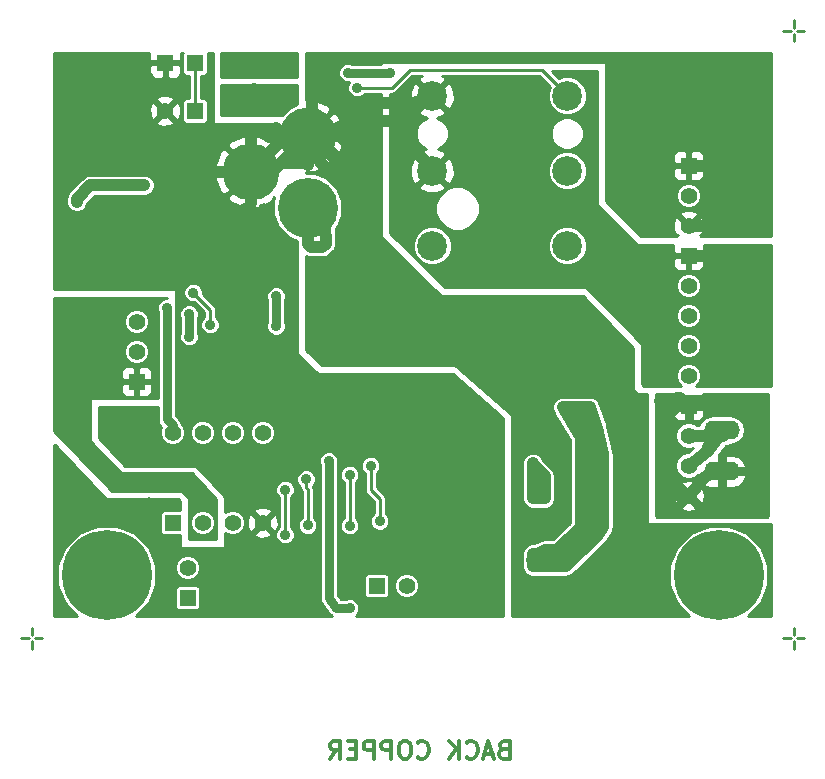
<source format=gbl>
G04 #@! TF.FileFunction,Copper,L2,Bot,Signal*
%FSLAX46Y46*%
G04 Gerber Fmt 4.6, Leading zero omitted, Abs format (unit mm)*
G04 Created by KiCad (PCBNEW 4.0.5) date 05/03/17 10:24:09*
%MOMM*%
%LPD*%
G01*
G04 APERTURE LIST*
%ADD10C,0.150000*%
%ADD11C,0.300000*%
%ADD12R,1.397000X1.397000*%
%ADD13C,1.397000*%
%ADD14O,3.048000X1.574800*%
%ADD15O,3.048000X1.600200*%
%ADD16C,4.826000*%
%ADD17C,5.080000*%
%ADD18C,2.514600*%
%ADD19C,7.620000*%
%ADD20C,1.016000*%
%ADD21C,0.889000*%
%ADD22C,0.254000*%
%ADD23C,1.016000*%
%ADD24C,0.762000*%
G04 APERTURE END LIST*
D10*
D11*
X102448428Y-92602857D02*
X102234142Y-92674286D01*
X102162714Y-92745714D01*
X102091285Y-92888571D01*
X102091285Y-93102857D01*
X102162714Y-93245714D01*
X102234142Y-93317143D01*
X102377000Y-93388571D01*
X102948428Y-93388571D01*
X102948428Y-91888571D01*
X102448428Y-91888571D01*
X102305571Y-91960000D01*
X102234142Y-92031429D01*
X102162714Y-92174286D01*
X102162714Y-92317143D01*
X102234142Y-92460000D01*
X102305571Y-92531429D01*
X102448428Y-92602857D01*
X102948428Y-92602857D01*
X101519857Y-92960000D02*
X100805571Y-92960000D01*
X101662714Y-93388571D02*
X101162714Y-91888571D01*
X100662714Y-93388571D01*
X99305571Y-93245714D02*
X99377000Y-93317143D01*
X99591286Y-93388571D01*
X99734143Y-93388571D01*
X99948428Y-93317143D01*
X100091286Y-93174286D01*
X100162714Y-93031429D01*
X100234143Y-92745714D01*
X100234143Y-92531429D01*
X100162714Y-92245714D01*
X100091286Y-92102857D01*
X99948428Y-91960000D01*
X99734143Y-91888571D01*
X99591286Y-91888571D01*
X99377000Y-91960000D01*
X99305571Y-92031429D01*
X98662714Y-93388571D02*
X98662714Y-91888571D01*
X97805571Y-93388571D02*
X98448428Y-92531429D01*
X97805571Y-91888571D02*
X98662714Y-92745714D01*
X95162714Y-93245714D02*
X95234143Y-93317143D01*
X95448429Y-93388571D01*
X95591286Y-93388571D01*
X95805571Y-93317143D01*
X95948429Y-93174286D01*
X96019857Y-93031429D01*
X96091286Y-92745714D01*
X96091286Y-92531429D01*
X96019857Y-92245714D01*
X95948429Y-92102857D01*
X95805571Y-91960000D01*
X95591286Y-91888571D01*
X95448429Y-91888571D01*
X95234143Y-91960000D01*
X95162714Y-92031429D01*
X94234143Y-91888571D02*
X93948429Y-91888571D01*
X93805571Y-91960000D01*
X93662714Y-92102857D01*
X93591286Y-92388571D01*
X93591286Y-92888571D01*
X93662714Y-93174286D01*
X93805571Y-93317143D01*
X93948429Y-93388571D01*
X94234143Y-93388571D01*
X94377000Y-93317143D01*
X94519857Y-93174286D01*
X94591286Y-92888571D01*
X94591286Y-92388571D01*
X94519857Y-92102857D01*
X94377000Y-91960000D01*
X94234143Y-91888571D01*
X92948428Y-93388571D02*
X92948428Y-91888571D01*
X92377000Y-91888571D01*
X92234142Y-91960000D01*
X92162714Y-92031429D01*
X92091285Y-92174286D01*
X92091285Y-92388571D01*
X92162714Y-92531429D01*
X92234142Y-92602857D01*
X92377000Y-92674286D01*
X92948428Y-92674286D01*
X91448428Y-93388571D02*
X91448428Y-91888571D01*
X90877000Y-91888571D01*
X90734142Y-91960000D01*
X90662714Y-92031429D01*
X90591285Y-92174286D01*
X90591285Y-92388571D01*
X90662714Y-92531429D01*
X90734142Y-92602857D01*
X90877000Y-92674286D01*
X91448428Y-92674286D01*
X89948428Y-92602857D02*
X89448428Y-92602857D01*
X89234142Y-93388571D02*
X89948428Y-93388571D01*
X89948428Y-91888571D01*
X89234142Y-91888571D01*
X87734142Y-93388571D02*
X88234142Y-92674286D01*
X88591285Y-93388571D02*
X88591285Y-91888571D01*
X88019857Y-91888571D01*
X87876999Y-91960000D01*
X87805571Y-92031429D01*
X87734142Y-92174286D01*
X87734142Y-92388571D01*
X87805571Y-92531429D01*
X87876999Y-92602857D01*
X88019857Y-92674286D01*
X88591285Y-92674286D01*
D12*
X75692000Y-79756000D03*
D13*
X75692000Y-77216000D03*
D14*
X120904000Y-69060000D03*
D15*
X120904000Y-65560000D03*
D16*
X81026000Y-43688000D03*
X85852000Y-40640000D03*
D17*
X85852000Y-46736000D03*
D18*
X96393000Y-49961800D03*
X96393000Y-43611800D03*
X96393000Y-37261800D03*
X107823000Y-49961800D03*
X107823000Y-43611800D03*
X107823000Y-37261800D03*
D19*
X68834000Y-77851000D03*
X120650000Y-77851000D03*
D12*
X74422000Y-73406000D03*
D13*
X76962000Y-73406000D03*
X79502000Y-73406000D03*
X82042000Y-73406000D03*
X82042000Y-65786000D03*
X79502000Y-65786000D03*
X76962000Y-65786000D03*
X74422000Y-65786000D03*
D12*
X71374000Y-61468000D03*
D13*
X71374000Y-58928000D03*
X71374000Y-56388000D03*
D12*
X118110000Y-63500000D03*
D13*
X118110000Y-66040000D03*
X118110000Y-68580000D03*
X118110000Y-71120000D03*
D12*
X118110000Y-43180000D03*
D13*
X118110000Y-45720000D03*
X118110000Y-48260000D03*
D12*
X91694000Y-78740000D03*
D13*
X94234000Y-78740000D03*
D12*
X118110000Y-50800000D03*
D13*
X118110000Y-53340000D03*
X118110000Y-55880000D03*
X118110000Y-58420000D03*
X118110000Y-60960000D03*
D12*
X76327000Y-38544500D03*
D13*
X73787000Y-38544500D03*
D12*
X73787000Y-34480500D03*
X76327000Y-34480500D03*
D20*
X87376000Y-49784000D03*
X86131400Y-50063400D03*
X81407000Y-35306000D03*
X81407000Y-34099500D03*
X66294000Y-46228000D03*
X72009000Y-44831000D03*
X107442000Y-63627000D03*
X108966000Y-71348600D03*
X104902000Y-77089000D03*
X104902000Y-71323200D03*
X105918000Y-71323200D03*
X104902000Y-68376800D03*
X104902000Y-69443600D03*
X108585000Y-63627000D03*
X109728000Y-63627000D03*
X104902000Y-76047600D03*
X108966000Y-72415400D03*
X116078000Y-71501000D03*
X121031000Y-71501000D03*
X120015000Y-71501000D03*
X119761000Y-63119000D03*
X115697000Y-63119000D03*
X116078000Y-72517000D03*
X119761000Y-67310000D03*
D21*
X83947000Y-74422000D03*
X83947000Y-70612000D03*
X76149200Y-53924200D03*
X77597000Y-56642000D03*
X90043000Y-36576000D03*
X85852000Y-73634600D03*
X85725000Y-69723000D03*
X89408000Y-73660000D03*
X89408000Y-69342000D03*
X91948000Y-73279000D03*
X91186000Y-68580000D03*
X89408000Y-80645000D03*
X87630000Y-68199000D03*
X75819000Y-57658000D03*
X75819000Y-55753000D03*
X89281000Y-35306000D03*
X92837000Y-35306000D03*
X83185000Y-56769000D03*
X83185000Y-54229000D03*
X73914000Y-55245000D03*
D20*
X122682000Y-34036000D03*
X121158000Y-34036000D03*
X124206000Y-34036000D03*
X89217500Y-39878000D03*
X89217500Y-41275000D03*
X82194400Y-46837600D03*
X82565933Y-40783832D03*
X80543400Y-46837600D03*
X87376000Y-43370500D03*
X89154000Y-37846000D03*
X119507000Y-41529000D03*
X121285000Y-41529000D03*
X123063000Y-41529000D03*
X78867000Y-61214000D03*
X112649000Y-59563000D03*
X112522000Y-64135000D03*
X77825600Y-43688000D03*
X89535000Y-79121000D03*
X115189000Y-41910000D03*
X111379000Y-58801000D03*
X71501000Y-35179000D03*
X71501000Y-39878000D03*
X71501000Y-36830000D03*
X71501000Y-38481000D03*
X93218000Y-42926000D03*
X115316000Y-48260000D03*
X98450400Y-70358000D03*
X104902000Y-65278000D03*
X104902000Y-72898000D03*
X104902000Y-73990200D03*
X113792000Y-71374000D03*
X113792000Y-72440800D03*
X73660000Y-47117000D03*
X74930000Y-46482000D03*
X78486000Y-49657000D03*
X78867000Y-62738000D03*
X72390000Y-71755000D03*
X91948000Y-61468000D03*
X89408000Y-62611000D03*
X84437724Y-62628276D03*
X113919000Y-64135000D03*
X96774000Y-64262000D03*
X111633000Y-44196000D03*
X81026000Y-50292000D03*
X79883000Y-50292000D03*
X76454000Y-46863000D03*
X67818000Y-46990000D03*
X65405000Y-50546000D03*
X112903000Y-34036000D03*
X118110000Y-34036000D03*
X119634000Y-34036000D03*
X94361000Y-71628000D03*
X94615000Y-76327000D03*
X110109000Y-59563000D03*
X104902000Y-66395600D03*
X111379000Y-64135000D03*
X94488000Y-68707000D03*
D21*
X81343500Y-36639500D03*
X81343500Y-37528500D03*
D22*
X127000000Y-32004000D02*
X127000000Y-32639000D01*
X126746000Y-31750000D02*
X126111000Y-31750000D01*
X126746000Y-83185000D02*
X126111000Y-83185000D01*
X127000000Y-82931000D02*
X127000000Y-82296000D01*
X62230000Y-83185000D02*
X61595000Y-83185000D01*
X62230000Y-83185000D02*
X61595000Y-83185000D01*
X62484000Y-83439000D02*
X62484000Y-84074000D01*
X62484000Y-83439000D02*
X62484000Y-84074000D01*
X62738000Y-83185000D02*
X63373000Y-83185000D01*
X62484000Y-82931000D02*
X62484000Y-82296000D01*
X127254000Y-31750000D02*
X127889000Y-31750000D01*
X127000000Y-31496000D02*
X127000000Y-30861000D01*
X127000000Y-83439000D02*
X127000000Y-84074000D01*
X127254000Y-83185000D02*
X127889000Y-83185000D01*
D23*
X87376000Y-49784000D02*
X87350600Y-48082200D01*
X87350600Y-48082200D02*
X87579200Y-47879000D01*
X86131400Y-50063400D02*
X87096600Y-50063400D01*
X87096600Y-50063400D02*
X87376000Y-49784000D01*
X85852000Y-46736000D02*
X85852000Y-49784000D01*
X85852000Y-49784000D02*
X86131400Y-50063400D01*
X66294000Y-46101000D02*
X66294000Y-46228000D01*
X67437000Y-44831000D02*
X72009000Y-44831000D01*
X66294000Y-45974000D02*
X67437000Y-44831000D01*
X108966000Y-64643000D02*
X108966000Y-68961000D01*
X108966000Y-68961000D02*
X108966000Y-70383400D01*
X110871000Y-67564000D02*
X110871000Y-73787000D01*
X107696000Y-77089000D02*
X110363000Y-74549000D01*
X107188000Y-77089000D02*
X107696000Y-77089000D01*
X110871000Y-67564000D02*
X110363000Y-65405000D01*
X110871000Y-73787000D02*
X110363000Y-74549000D01*
X107442000Y-63627000D02*
X108898765Y-66054941D01*
X109728000Y-63627000D02*
X109982000Y-64389000D01*
X109982000Y-64389000D02*
X110363000Y-65405000D01*
X110363000Y-74041000D02*
X109728000Y-74549000D01*
X110363000Y-65405000D02*
X110363000Y-74041000D01*
X107442000Y-63627000D02*
X109728000Y-63627000D01*
X108585000Y-63627000D02*
X108432600Y-63779400D01*
X109093000Y-73660000D02*
X106984800Y-75692000D01*
X108966000Y-64643000D02*
X107442000Y-63627000D01*
X106984800Y-75692000D02*
X107581700Y-75692000D01*
X107581700Y-75692000D02*
X108966000Y-74307700D01*
X104902000Y-68453000D02*
X105435400Y-68986400D01*
X104902000Y-68376800D02*
X104902000Y-68453000D01*
X105918000Y-69469000D02*
X105435400Y-68986400D01*
X105918000Y-69469000D02*
X105918000Y-71323200D01*
X104902000Y-76047600D02*
X104902000Y-76555600D01*
X104902000Y-76555600D02*
X104876600Y-76581000D01*
X104902000Y-77089000D02*
X105486200Y-77089000D01*
X105486200Y-77089000D02*
X105308400Y-77089000D01*
X108204000Y-75438000D02*
X108204000Y-75234800D01*
X108204000Y-75234800D02*
X109131100Y-74307700D01*
X109131100Y-74307700D02*
X108966000Y-74307700D01*
X108966000Y-70383400D02*
X108966000Y-73406000D01*
X108966000Y-73406000D02*
X108966000Y-74307700D01*
X108966000Y-74307700D02*
X108966000Y-74142600D01*
X108966000Y-74142600D02*
X109169200Y-74345800D01*
X104902000Y-70383400D02*
X104902000Y-71323200D01*
X104902000Y-71323200D02*
X105918000Y-71323200D01*
X109728000Y-70358000D02*
X109728000Y-74549000D01*
X109728000Y-74549000D02*
X107188000Y-77089000D01*
X104902000Y-68376800D02*
X104902000Y-69443600D01*
X104902000Y-69443600D02*
X104902000Y-70383400D01*
X105486200Y-77089000D02*
X107188000Y-77089000D01*
X108204000Y-76073000D02*
X108204000Y-75438000D01*
X107188000Y-77089000D02*
X108204000Y-76073000D01*
X104902000Y-76047600D02*
X105283000Y-76047600D01*
X105283000Y-76047600D02*
X105918000Y-75692000D01*
X105918000Y-75692000D02*
X106984800Y-75692000D01*
X106984800Y-75692000D02*
X108204000Y-75692000D01*
X108839000Y-63881000D02*
X108966000Y-64643000D01*
X108585000Y-63627000D02*
X108839000Y-63881000D01*
X108966000Y-70383400D02*
X108966000Y-70485000D01*
X108966000Y-70485000D02*
X109220000Y-71348600D01*
X107442000Y-75819000D02*
X107442000Y-76200000D01*
X107569000Y-75692000D02*
X107442000Y-75819000D01*
X108204000Y-75438000D02*
X107442000Y-76200000D01*
X107442000Y-76200000D02*
X107315000Y-76327000D01*
X107315000Y-76327000D02*
X104902000Y-76047600D01*
X109728000Y-63627000D02*
X109728000Y-64135000D01*
X109728000Y-64135000D02*
X109728000Y-70358000D01*
X109728000Y-63627000D02*
X109728000Y-63627000D01*
X109728000Y-70358000D02*
X109728000Y-70358000D01*
X109728000Y-70358000D02*
X108966000Y-72415400D01*
X108966000Y-72415400D02*
X108966000Y-72415400D01*
X108966000Y-72415400D02*
X108966000Y-72415400D01*
X108966000Y-72415400D02*
X108966000Y-72415400D01*
X119761000Y-63119000D02*
X117348000Y-63119000D01*
X117348000Y-63119000D02*
X117094000Y-62865000D01*
X115697000Y-63119000D02*
X117094000Y-63119000D01*
X117094000Y-63119000D02*
X117348000Y-62865000D01*
X118110000Y-71120000D02*
X117348000Y-71120000D01*
X117094000Y-63500000D02*
X118110000Y-63500000D01*
X115824000Y-64770000D02*
X117094000Y-63500000D01*
X115824000Y-69596000D02*
X115824000Y-64770000D01*
X117348000Y-71120000D02*
X115824000Y-69596000D01*
X118110000Y-71120000D02*
X119380000Y-69596000D01*
X119380000Y-69596000D02*
X120170000Y-69060000D01*
X120170000Y-69060000D02*
X121539000Y-69060000D01*
X121539000Y-65560000D02*
X121130000Y-65560000D01*
X121130000Y-65560000D02*
X119761000Y-67310000D01*
X118110000Y-68580000D02*
X119761000Y-67310000D01*
X119761000Y-67030600D02*
X119735600Y-67005200D01*
X119761000Y-67310000D02*
X119761000Y-67030600D01*
X121539000Y-65560000D02*
X121059000Y-66040000D01*
X121059000Y-66040000D02*
X118821200Y-66040000D01*
D22*
X83947000Y-74041000D02*
X83947000Y-74422000D01*
X83947000Y-74422000D02*
X83947000Y-74041000D01*
X83947000Y-70612000D02*
X83947000Y-74422000D01*
X77597000Y-56642000D02*
X77597000Y-55372000D01*
X77597000Y-55372000D02*
X77089000Y-54864000D01*
X77089000Y-54864000D02*
X76149200Y-53924200D01*
X90043000Y-36576000D02*
X92964000Y-36576000D01*
X76149200Y-53924200D02*
X76149200Y-53924200D01*
X92964000Y-36576000D02*
X94488000Y-35052000D01*
X107823000Y-37211000D02*
X105664000Y-35052000D01*
X105664000Y-35052000D02*
X99187000Y-35052000D01*
X107823000Y-37211000D02*
X107823000Y-37261800D01*
X94488000Y-35052000D02*
X99187000Y-35052000D01*
X85852000Y-73634600D02*
X85852000Y-70561200D01*
X85725000Y-70434200D02*
X85725000Y-69723000D01*
X85852000Y-70561200D02*
X85725000Y-70434200D01*
X89408000Y-73660000D02*
X89408000Y-69723000D01*
X89408000Y-69723000D02*
X89408000Y-69342000D01*
X89408000Y-69316600D02*
X89408000Y-69316600D01*
X89408000Y-69316600D02*
X89408000Y-69342000D01*
X91186000Y-68580000D02*
X91186000Y-70612000D01*
X91186000Y-70612000D02*
X91948000Y-71374000D01*
X91948000Y-71374000D02*
X91948000Y-73279000D01*
X91186000Y-68580000D02*
X91186000Y-68580000D01*
D24*
X73914000Y-64643000D02*
X73914000Y-58674000D01*
X73914000Y-58674000D02*
X73914000Y-55245000D01*
X87630000Y-68580000D02*
X87630000Y-68199000D01*
X89408000Y-80645000D02*
X88279112Y-80645000D01*
X87630000Y-79810428D02*
X88279112Y-80645000D01*
X87630000Y-68580000D02*
X87630000Y-79810428D01*
X75819000Y-57658000D02*
X75819000Y-57658000D01*
X75819000Y-56642000D02*
X75819000Y-55753000D01*
X75819000Y-57277000D02*
X75819000Y-56642000D01*
X75819000Y-57658000D02*
X75819000Y-57277000D01*
X89281000Y-35306000D02*
X92837000Y-35306000D01*
X83185000Y-56769000D02*
X83185000Y-54229000D01*
X74422000Y-65786000D02*
X74422000Y-65151000D01*
X74422000Y-65151000D02*
X73914000Y-64643000D01*
X73914000Y-55245000D02*
X73914000Y-55245000D01*
X73914000Y-55245000D02*
X73914000Y-55245000D01*
X73914000Y-55245000D02*
X73914000Y-55245000D01*
D23*
X118110000Y-43180000D02*
X119634000Y-43180000D01*
X118110000Y-50800000D02*
X119634000Y-50800000D01*
X118110000Y-48260000D02*
X119634000Y-48260000D01*
X89217500Y-39878000D02*
X88468200Y-39878000D01*
X88468200Y-39878000D02*
X88239600Y-40106600D01*
X88582500Y-40640000D02*
X89217500Y-41275000D01*
X85852000Y-40640000D02*
X88582500Y-40640000D01*
X82575400Y-40792400D02*
X82574501Y-40792400D01*
X82574501Y-40792400D02*
X82565933Y-40783832D01*
X80543400Y-46837600D02*
X80534373Y-46846627D01*
X86868000Y-42862500D02*
X87376000Y-43370500D01*
X91694000Y-39370000D02*
X92900500Y-39370000D01*
X96393000Y-43561000D02*
X92900500Y-39370000D01*
X96393000Y-43561000D02*
X96393000Y-43611800D01*
X96393000Y-37261800D02*
X96458252Y-37261800D01*
X94869000Y-37846000D02*
X89154000Y-37846000D01*
X96458252Y-37261800D02*
X94869000Y-37846000D01*
X83566000Y-42926000D02*
X85699600Y-42926000D01*
X85699600Y-42926000D02*
X85852000Y-43078400D01*
X85852000Y-40640000D02*
X83820000Y-40640000D01*
X83820000Y-40640000D02*
X83185000Y-40005000D01*
X81026000Y-43688000D02*
X81026000Y-43662600D01*
X81026000Y-43662600D02*
X83489800Y-41198800D01*
X85852000Y-40640000D02*
X85852000Y-43078400D01*
X85852000Y-43078400D02*
X85902800Y-43129200D01*
X90424000Y-44831000D02*
X90424000Y-44577000D01*
X90424000Y-55626000D02*
X92430600Y-58216800D01*
X90424000Y-53594000D02*
X90424000Y-55626000D01*
X90424000Y-53594000D02*
X90424000Y-44831000D01*
X111379000Y-58801000D02*
X110744000Y-58166000D01*
X92430600Y-58216800D02*
X110744000Y-58166000D01*
X86487000Y-40640000D02*
X85852000Y-40640000D01*
X90424000Y-44577000D02*
X86487000Y-40640000D01*
X81026000Y-43688000D02*
X81026000Y-41021000D01*
X81026000Y-43688000D02*
X78333600Y-43688000D01*
X81026000Y-43688000D02*
X81026000Y-46355000D01*
X85852000Y-40640000D02*
X85852000Y-40513000D01*
X112903000Y-34036000D02*
X109982000Y-34036000D01*
X109982000Y-34036000D02*
X103251000Y-34036000D01*
X103251000Y-34036000D02*
X93980000Y-34036000D01*
X93980000Y-34036000D02*
X87249000Y-34036000D01*
X86233000Y-40259000D02*
X85852000Y-40640000D01*
X86233000Y-35052000D02*
X86233000Y-40259000D01*
X87249000Y-34036000D02*
X86233000Y-35052000D01*
X85852000Y-40640000D02*
X86233000Y-40640000D01*
X81026000Y-43688000D02*
X82804000Y-43688000D01*
X82804000Y-43688000D02*
X83566000Y-42926000D01*
X83566000Y-42926000D02*
X85852000Y-40640000D01*
X85852000Y-40640000D02*
X83058000Y-40640000D01*
D22*
X84455000Y-42545000D02*
X85852000Y-40640000D01*
X76327000Y-36639500D02*
X76327000Y-36576000D01*
X76327000Y-34480500D02*
X76327000Y-36576000D01*
X76327000Y-36576000D02*
X76327000Y-38544500D01*
G36*
X125095000Y-81280000D02*
X123147157Y-81280000D01*
X124200885Y-80228110D01*
X124840270Y-78688299D01*
X124841725Y-77021016D01*
X124205028Y-75480091D01*
X123027110Y-74300115D01*
X121487299Y-73660730D01*
X119820016Y-73659275D01*
X118279091Y-74295972D01*
X117099115Y-75473890D01*
X116459730Y-77013701D01*
X116458275Y-78680984D01*
X117094972Y-80221909D01*
X118151217Y-81280000D01*
X111760000Y-81280000D01*
X111760000Y-73787000D01*
X111760000Y-67564000D01*
X111738143Y-67454118D01*
X111734985Y-67361354D01*
X111228512Y-65201996D01*
X111205855Y-65152166D01*
X111195936Y-65091920D01*
X110815675Y-64080252D01*
X110617125Y-63483390D01*
X110617154Y-63450943D01*
X110549329Y-63286794D01*
X110482097Y-63124080D01*
X110356618Y-62998382D01*
X110232236Y-62873782D01*
X109905609Y-62738154D01*
X109551943Y-62737846D01*
X109551570Y-62738000D01*
X108585776Y-62738000D01*
X108408943Y-62737846D01*
X108408570Y-62738000D01*
X107442776Y-62738000D01*
X107265943Y-62737846D01*
X106939080Y-62872903D01*
X106688782Y-63122764D01*
X106553154Y-63449391D01*
X106552846Y-63803057D01*
X106620671Y-63967206D01*
X106687903Y-64129920D01*
X106735993Y-64178094D01*
X108077000Y-66409903D01*
X108077000Y-68961000D01*
X108077000Y-70383400D01*
X108077000Y-70485000D01*
X108077000Y-71347824D01*
X108076846Y-71524657D01*
X108077000Y-71525029D01*
X108077000Y-72414624D01*
X108076846Y-72591457D01*
X108077000Y-72591829D01*
X108077000Y-73406000D01*
X108077000Y-73407175D01*
X106807154Y-74629174D01*
X106807154Y-71147143D01*
X106807000Y-71146770D01*
X106807000Y-69469000D01*
X106739329Y-69128794D01*
X106546618Y-68840382D01*
X106064018Y-68357782D01*
X105709597Y-68003361D01*
X105656097Y-67873880D01*
X105530618Y-67748182D01*
X105406236Y-67623582D01*
X105079609Y-67487954D01*
X104725943Y-67487646D01*
X104399080Y-67622703D01*
X104148782Y-67872564D01*
X104013154Y-68199191D01*
X104012846Y-68552857D01*
X104013000Y-68553229D01*
X104013000Y-69442824D01*
X104012846Y-69619657D01*
X104013000Y-69620029D01*
X104013000Y-70383400D01*
X104013000Y-71322424D01*
X104012846Y-71499257D01*
X104080671Y-71663406D01*
X104147903Y-71826120D01*
X104273382Y-71951818D01*
X104397764Y-72076418D01*
X104561794Y-72144529D01*
X104724391Y-72212046D01*
X104902000Y-72212200D01*
X105078057Y-72212354D01*
X105078429Y-72212200D01*
X105917224Y-72212200D01*
X105918000Y-72212200D01*
X106094057Y-72212354D01*
X106258206Y-72144529D01*
X106420920Y-72077297D01*
X106546618Y-71951818D01*
X106671218Y-71827436D01*
X106739329Y-71663406D01*
X106806846Y-71500809D01*
X106807000Y-71323200D01*
X106807154Y-71147143D01*
X106807154Y-74629174D01*
X106626523Y-74803000D01*
X105918000Y-74803000D01*
X105864702Y-74813601D01*
X105814582Y-74809613D01*
X105702956Y-74845774D01*
X105577794Y-74870671D01*
X105532327Y-74901050D01*
X105484595Y-74916514D01*
X105051432Y-75158600D01*
X104902776Y-75158600D01*
X104725943Y-75158446D01*
X104399080Y-75293503D01*
X104148782Y-75543364D01*
X104013154Y-75869991D01*
X104012846Y-76223657D01*
X104013000Y-76224029D01*
X104013000Y-76453305D01*
X103987600Y-76581000D01*
X104040310Y-76845991D01*
X104013154Y-76911391D01*
X104012846Y-77265057D01*
X104080671Y-77429206D01*
X104147903Y-77591920D01*
X104273382Y-77717618D01*
X104397764Y-77842218D01*
X104561794Y-77910329D01*
X104724391Y-77977846D01*
X104902000Y-77978000D01*
X105078057Y-77978154D01*
X105078429Y-77978000D01*
X105308400Y-77978000D01*
X105486200Y-77978000D01*
X107188000Y-77978000D01*
X107696000Y-77978000D01*
X107855644Y-77946244D01*
X108016037Y-77918396D01*
X108025370Y-77912484D01*
X108036206Y-77910329D01*
X108171553Y-77819892D01*
X108309072Y-77732789D01*
X110976197Y-75192920D01*
X111033624Y-75111360D01*
X111102607Y-75042257D01*
X111610739Y-74280345D01*
X111644338Y-74199029D01*
X111692329Y-74127206D01*
X111709329Y-74041739D01*
X111743202Y-73959762D01*
X111743125Y-73871835D01*
X111760000Y-73787000D01*
X111760000Y-81280000D01*
X103124000Y-81280000D01*
X103124000Y-64332096D01*
X98346407Y-60071000D01*
X88900969Y-60071000D01*
X88900969Y-41241384D01*
X88899019Y-40028816D01*
X88438741Y-38917604D01*
X88025100Y-38646505D01*
X86031605Y-40640000D01*
X88025100Y-42633495D01*
X88438741Y-42362396D01*
X88900969Y-41241384D01*
X88900969Y-60071000D01*
X87047605Y-60071000D01*
X85725000Y-58748395D01*
X85725000Y-50857243D01*
X85791194Y-50884729D01*
X85953791Y-50952246D01*
X86131400Y-50952400D01*
X86307457Y-50952554D01*
X86307829Y-50952400D01*
X87096600Y-50952400D01*
X87436805Y-50884729D01*
X87436806Y-50884729D01*
X87725218Y-50692018D01*
X88004355Y-50412880D01*
X88004618Y-50412618D01*
X88012042Y-50405207D01*
X88015748Y-50402646D01*
X88017815Y-50399443D01*
X88129218Y-50288236D01*
X88197329Y-50124206D01*
X88200564Y-50116415D01*
X88203905Y-50111242D01*
X88204841Y-50106116D01*
X88264846Y-49961609D01*
X88265000Y-49784000D01*
X88265007Y-49776678D01*
X88266224Y-49770015D01*
X88265076Y-49696967D01*
X88265154Y-49607943D01*
X88263619Y-49604229D01*
X88245858Y-48473633D01*
X88326859Y-48392774D01*
X88378741Y-48267825D01*
X88379026Y-48267451D01*
X88379244Y-48266616D01*
X88772491Y-47319572D01*
X88773505Y-46157526D01*
X88329747Y-45083548D01*
X87508774Y-44261141D01*
X86435572Y-43815509D01*
X85725000Y-43814888D01*
X85725000Y-43688206D01*
X86463184Y-43687019D01*
X87574396Y-43226741D01*
X87845495Y-42813100D01*
X85852000Y-40819605D01*
X85837857Y-40833747D01*
X85725000Y-40720890D01*
X85725000Y-40559110D01*
X85837857Y-40446252D01*
X85852000Y-40460395D01*
X87845495Y-38466900D01*
X87574396Y-38053259D01*
X86453384Y-37591031D01*
X85725000Y-37592202D01*
X85725000Y-33655000D01*
X92075000Y-33655000D01*
X92075000Y-34544000D01*
X89598502Y-34544000D01*
X89445923Y-34480643D01*
X89117518Y-34480357D01*
X88814002Y-34605767D01*
X88581583Y-34837781D01*
X88455643Y-35141077D01*
X88455357Y-35469482D01*
X88580767Y-35772998D01*
X88812781Y-36005417D01*
X89116077Y-36131357D01*
X89333714Y-36131546D01*
X89217643Y-36411077D01*
X89217357Y-36739482D01*
X89342767Y-37042998D01*
X89574781Y-37275417D01*
X89878077Y-37401357D01*
X90206482Y-37401643D01*
X90509998Y-37276233D01*
X90702566Y-37084000D01*
X92075000Y-37084000D01*
X92075000Y-49201605D01*
X97102395Y-54229000D01*
X109166314Y-54229000D01*
X113411000Y-58598530D01*
X113411000Y-62155605D01*
X113739395Y-62484000D01*
X114554000Y-62484000D01*
X114554000Y-73533000D01*
X125095000Y-73533000D01*
X125095000Y-81280000D01*
X125095000Y-81280000D01*
G37*
X125095000Y-81280000D02*
X123147157Y-81280000D01*
X124200885Y-80228110D01*
X124840270Y-78688299D01*
X124841725Y-77021016D01*
X124205028Y-75480091D01*
X123027110Y-74300115D01*
X121487299Y-73660730D01*
X119820016Y-73659275D01*
X118279091Y-74295972D01*
X117099115Y-75473890D01*
X116459730Y-77013701D01*
X116458275Y-78680984D01*
X117094972Y-80221909D01*
X118151217Y-81280000D01*
X111760000Y-81280000D01*
X111760000Y-73787000D01*
X111760000Y-67564000D01*
X111738143Y-67454118D01*
X111734985Y-67361354D01*
X111228512Y-65201996D01*
X111205855Y-65152166D01*
X111195936Y-65091920D01*
X110815675Y-64080252D01*
X110617125Y-63483390D01*
X110617154Y-63450943D01*
X110549329Y-63286794D01*
X110482097Y-63124080D01*
X110356618Y-62998382D01*
X110232236Y-62873782D01*
X109905609Y-62738154D01*
X109551943Y-62737846D01*
X109551570Y-62738000D01*
X108585776Y-62738000D01*
X108408943Y-62737846D01*
X108408570Y-62738000D01*
X107442776Y-62738000D01*
X107265943Y-62737846D01*
X106939080Y-62872903D01*
X106688782Y-63122764D01*
X106553154Y-63449391D01*
X106552846Y-63803057D01*
X106620671Y-63967206D01*
X106687903Y-64129920D01*
X106735993Y-64178094D01*
X108077000Y-66409903D01*
X108077000Y-68961000D01*
X108077000Y-70383400D01*
X108077000Y-70485000D01*
X108077000Y-71347824D01*
X108076846Y-71524657D01*
X108077000Y-71525029D01*
X108077000Y-72414624D01*
X108076846Y-72591457D01*
X108077000Y-72591829D01*
X108077000Y-73406000D01*
X108077000Y-73407175D01*
X106807154Y-74629174D01*
X106807154Y-71147143D01*
X106807000Y-71146770D01*
X106807000Y-69469000D01*
X106739329Y-69128794D01*
X106546618Y-68840382D01*
X106064018Y-68357782D01*
X105709597Y-68003361D01*
X105656097Y-67873880D01*
X105530618Y-67748182D01*
X105406236Y-67623582D01*
X105079609Y-67487954D01*
X104725943Y-67487646D01*
X104399080Y-67622703D01*
X104148782Y-67872564D01*
X104013154Y-68199191D01*
X104012846Y-68552857D01*
X104013000Y-68553229D01*
X104013000Y-69442824D01*
X104012846Y-69619657D01*
X104013000Y-69620029D01*
X104013000Y-70383400D01*
X104013000Y-71322424D01*
X104012846Y-71499257D01*
X104080671Y-71663406D01*
X104147903Y-71826120D01*
X104273382Y-71951818D01*
X104397764Y-72076418D01*
X104561794Y-72144529D01*
X104724391Y-72212046D01*
X104902000Y-72212200D01*
X105078057Y-72212354D01*
X105078429Y-72212200D01*
X105917224Y-72212200D01*
X105918000Y-72212200D01*
X106094057Y-72212354D01*
X106258206Y-72144529D01*
X106420920Y-72077297D01*
X106546618Y-71951818D01*
X106671218Y-71827436D01*
X106739329Y-71663406D01*
X106806846Y-71500809D01*
X106807000Y-71323200D01*
X106807154Y-71147143D01*
X106807154Y-74629174D01*
X106626523Y-74803000D01*
X105918000Y-74803000D01*
X105864702Y-74813601D01*
X105814582Y-74809613D01*
X105702956Y-74845774D01*
X105577794Y-74870671D01*
X105532327Y-74901050D01*
X105484595Y-74916514D01*
X105051432Y-75158600D01*
X104902776Y-75158600D01*
X104725943Y-75158446D01*
X104399080Y-75293503D01*
X104148782Y-75543364D01*
X104013154Y-75869991D01*
X104012846Y-76223657D01*
X104013000Y-76224029D01*
X104013000Y-76453305D01*
X103987600Y-76581000D01*
X104040310Y-76845991D01*
X104013154Y-76911391D01*
X104012846Y-77265057D01*
X104080671Y-77429206D01*
X104147903Y-77591920D01*
X104273382Y-77717618D01*
X104397764Y-77842218D01*
X104561794Y-77910329D01*
X104724391Y-77977846D01*
X104902000Y-77978000D01*
X105078057Y-77978154D01*
X105078429Y-77978000D01*
X105308400Y-77978000D01*
X105486200Y-77978000D01*
X107188000Y-77978000D01*
X107696000Y-77978000D01*
X107855644Y-77946244D01*
X108016037Y-77918396D01*
X108025370Y-77912484D01*
X108036206Y-77910329D01*
X108171553Y-77819892D01*
X108309072Y-77732789D01*
X110976197Y-75192920D01*
X111033624Y-75111360D01*
X111102607Y-75042257D01*
X111610739Y-74280345D01*
X111644338Y-74199029D01*
X111692329Y-74127206D01*
X111709329Y-74041739D01*
X111743202Y-73959762D01*
X111743125Y-73871835D01*
X111760000Y-73787000D01*
X111760000Y-81280000D01*
X103124000Y-81280000D01*
X103124000Y-64332096D01*
X98346407Y-60071000D01*
X88900969Y-60071000D01*
X88900969Y-41241384D01*
X88899019Y-40028816D01*
X88438741Y-38917604D01*
X88025100Y-38646505D01*
X86031605Y-40640000D01*
X88025100Y-42633495D01*
X88438741Y-42362396D01*
X88900969Y-41241384D01*
X88900969Y-60071000D01*
X87047605Y-60071000D01*
X85725000Y-58748395D01*
X85725000Y-50857243D01*
X85791194Y-50884729D01*
X85953791Y-50952246D01*
X86131400Y-50952400D01*
X86307457Y-50952554D01*
X86307829Y-50952400D01*
X87096600Y-50952400D01*
X87436805Y-50884729D01*
X87436806Y-50884729D01*
X87725218Y-50692018D01*
X88004355Y-50412880D01*
X88004618Y-50412618D01*
X88012042Y-50405207D01*
X88015748Y-50402646D01*
X88017815Y-50399443D01*
X88129218Y-50288236D01*
X88197329Y-50124206D01*
X88200564Y-50116415D01*
X88203905Y-50111242D01*
X88204841Y-50106116D01*
X88264846Y-49961609D01*
X88265000Y-49784000D01*
X88265007Y-49776678D01*
X88266224Y-49770015D01*
X88265076Y-49696967D01*
X88265154Y-49607943D01*
X88263619Y-49604229D01*
X88245858Y-48473633D01*
X88326859Y-48392774D01*
X88378741Y-48267825D01*
X88379026Y-48267451D01*
X88379244Y-48266616D01*
X88772491Y-47319572D01*
X88773505Y-46157526D01*
X88329747Y-45083548D01*
X87508774Y-44261141D01*
X86435572Y-43815509D01*
X85725000Y-43814888D01*
X85725000Y-43688206D01*
X86463184Y-43687019D01*
X87574396Y-43226741D01*
X87845495Y-42813100D01*
X85852000Y-40819605D01*
X85837857Y-40833747D01*
X85725000Y-40720890D01*
X85725000Y-40559110D01*
X85837857Y-40446252D01*
X85852000Y-40460395D01*
X87845495Y-38466900D01*
X87574396Y-38053259D01*
X86453384Y-37591031D01*
X85725000Y-37592202D01*
X85725000Y-33655000D01*
X92075000Y-33655000D01*
X92075000Y-34544000D01*
X89598502Y-34544000D01*
X89445923Y-34480643D01*
X89117518Y-34480357D01*
X88814002Y-34605767D01*
X88581583Y-34837781D01*
X88455643Y-35141077D01*
X88455357Y-35469482D01*
X88580767Y-35772998D01*
X88812781Y-36005417D01*
X89116077Y-36131357D01*
X89333714Y-36131546D01*
X89217643Y-36411077D01*
X89217357Y-36739482D01*
X89342767Y-37042998D01*
X89574781Y-37275417D01*
X89878077Y-37401357D01*
X90206482Y-37401643D01*
X90509998Y-37276233D01*
X90702566Y-37084000D01*
X92075000Y-37084000D01*
X92075000Y-49201605D01*
X97102395Y-54229000D01*
X109166314Y-54229000D01*
X113411000Y-58598530D01*
X113411000Y-62155605D01*
X113739395Y-62484000D01*
X114554000Y-62484000D01*
X114554000Y-73533000D01*
X125095000Y-73533000D01*
X125095000Y-81280000D01*
G36*
X102362000Y-81280000D02*
X95313686Y-81280000D01*
X95313686Y-78526216D01*
X95149689Y-78129312D01*
X94846286Y-77825379D01*
X94449668Y-77660688D01*
X94020216Y-77660314D01*
X93623312Y-77824311D01*
X93319379Y-78127714D01*
X93154688Y-78524332D01*
X93154314Y-78953784D01*
X93318311Y-79350688D01*
X93621714Y-79654621D01*
X94018332Y-79819312D01*
X94447784Y-79819686D01*
X94844688Y-79655689D01*
X95148621Y-79352286D01*
X95313312Y-78955668D01*
X95313686Y-78526216D01*
X95313686Y-81280000D01*
X92773643Y-81280000D01*
X92773643Y-73115518D01*
X92648233Y-72812002D01*
X92456000Y-72619433D01*
X92456000Y-71374000D01*
X92455999Y-71373999D01*
X92417331Y-71179597D01*
X92417330Y-71179596D01*
X92380790Y-71124910D01*
X92307210Y-71014790D01*
X92307210Y-71014789D01*
X91694000Y-70401579D01*
X91694000Y-69239302D01*
X91885417Y-69048219D01*
X92011357Y-68744923D01*
X92011643Y-68416518D01*
X91886233Y-68113002D01*
X91654219Y-67880583D01*
X91350923Y-67754643D01*
X91022518Y-67754357D01*
X90719002Y-67879767D01*
X90486583Y-68111781D01*
X90360643Y-68415077D01*
X90360357Y-68743482D01*
X90485767Y-69046998D01*
X90678000Y-69239566D01*
X90678000Y-70612000D01*
X90716669Y-70806403D01*
X90826790Y-70971210D01*
X91440000Y-71584420D01*
X91440000Y-72619697D01*
X91248583Y-72810781D01*
X91122643Y-73114077D01*
X91122357Y-73442482D01*
X91247767Y-73745998D01*
X91479781Y-73978417D01*
X91783077Y-74104357D01*
X92111482Y-74104643D01*
X92414998Y-73979233D01*
X92647417Y-73747219D01*
X92773357Y-73443923D01*
X92773643Y-73115518D01*
X92773643Y-81280000D01*
X92773566Y-81280000D01*
X92773566Y-79363047D01*
X92773566Y-77966047D01*
X92715684Y-77825963D01*
X92608601Y-77718692D01*
X92468618Y-77660566D01*
X92317047Y-77660434D01*
X90920047Y-77660434D01*
X90779963Y-77718316D01*
X90672692Y-77825399D01*
X90614566Y-77965382D01*
X90614434Y-78116953D01*
X90614434Y-79513953D01*
X90672316Y-79654037D01*
X90779399Y-79761308D01*
X90919382Y-79819434D01*
X91070953Y-79819566D01*
X92467953Y-79819566D01*
X92608037Y-79761684D01*
X92715308Y-79654601D01*
X92773434Y-79514618D01*
X92773566Y-79363047D01*
X92773566Y-81280000D01*
X89940344Y-81280000D01*
X90107417Y-81113219D01*
X90233357Y-80809923D01*
X90233643Y-80481518D01*
X90233643Y-73496518D01*
X90108233Y-73193002D01*
X89916000Y-73000433D01*
X89916000Y-70001302D01*
X90107417Y-69810219D01*
X90233357Y-69506923D01*
X90233643Y-69178518D01*
X90108233Y-68875002D01*
X89876219Y-68642583D01*
X89572923Y-68516643D01*
X89244518Y-68516357D01*
X88941002Y-68641767D01*
X88708583Y-68873781D01*
X88582643Y-69177077D01*
X88582357Y-69505482D01*
X88707767Y-69808998D01*
X88900000Y-70001566D01*
X88900000Y-73000697D01*
X88708583Y-73191781D01*
X88582643Y-73495077D01*
X88582357Y-73823482D01*
X88707767Y-74126998D01*
X88939781Y-74359417D01*
X89243077Y-74485357D01*
X89571482Y-74485643D01*
X89874998Y-74360233D01*
X90107417Y-74128219D01*
X90233357Y-73824923D01*
X90233643Y-73496518D01*
X90233643Y-80481518D01*
X90108233Y-80178002D01*
X89876219Y-79945583D01*
X89572923Y-79819643D01*
X89244518Y-79819357D01*
X89090489Y-79883000D01*
X88652172Y-79883000D01*
X88392000Y-79548794D01*
X88392000Y-68580000D01*
X88392000Y-68516502D01*
X88455357Y-68363923D01*
X88455643Y-68035518D01*
X88330233Y-67732002D01*
X88098219Y-67499583D01*
X87794923Y-67373643D01*
X87466518Y-67373357D01*
X87163002Y-67498767D01*
X86930583Y-67730781D01*
X86804643Y-68034077D01*
X86804357Y-68362482D01*
X86868000Y-68516510D01*
X86868000Y-68580000D01*
X86868000Y-79810428D01*
X86887956Y-79910756D01*
X86895359Y-80012781D01*
X86916715Y-80055335D01*
X86926004Y-80102033D01*
X86982835Y-80187086D01*
X87028718Y-80278513D01*
X87678194Y-81112802D01*
X87712899Y-81142812D01*
X87740297Y-81183815D01*
X87828390Y-81242677D01*
X87871552Y-81280000D01*
X86677643Y-81280000D01*
X86677643Y-73471118D01*
X86552233Y-73167602D01*
X86360000Y-72975033D01*
X86360000Y-70561200D01*
X86321331Y-70366797D01*
X86321331Y-70366796D01*
X86292202Y-70323203D01*
X86292202Y-70323202D01*
X86424417Y-70191219D01*
X86550357Y-69887923D01*
X86550643Y-69559518D01*
X86425233Y-69256002D01*
X86193219Y-69023583D01*
X85889923Y-68897643D01*
X85561518Y-68897357D01*
X85258002Y-69022767D01*
X85025583Y-69254781D01*
X84899643Y-69558077D01*
X84899357Y-69886482D01*
X85024767Y-70189998D01*
X85217000Y-70382566D01*
X85217000Y-70434200D01*
X85255669Y-70628603D01*
X85344000Y-70760799D01*
X85344000Y-72975297D01*
X85152583Y-73166381D01*
X85026643Y-73469677D01*
X85026357Y-73798082D01*
X85151767Y-74101598D01*
X85383781Y-74334017D01*
X85687077Y-74459957D01*
X86015482Y-74460243D01*
X86318998Y-74334833D01*
X86551417Y-74102819D01*
X86677357Y-73799523D01*
X86677643Y-73471118D01*
X86677643Y-81280000D01*
X84772643Y-81280000D01*
X84772643Y-74258518D01*
X84647233Y-73955002D01*
X84455000Y-73762433D01*
X84455000Y-71271302D01*
X84646417Y-71080219D01*
X84772357Y-70776923D01*
X84772643Y-70448518D01*
X84647233Y-70145002D01*
X84415219Y-69912583D01*
X84111923Y-69786643D01*
X84010643Y-69786554D01*
X84010643Y-56605518D01*
X83947000Y-56451489D01*
X83947000Y-54546502D01*
X84010357Y-54393923D01*
X84010643Y-54065518D01*
X83885233Y-53762002D01*
X83653219Y-53529583D01*
X83349923Y-53403643D01*
X83021518Y-53403357D01*
X82718002Y-53528767D01*
X82485583Y-53760781D01*
X82359643Y-54064077D01*
X82359357Y-54392482D01*
X82423000Y-54546510D01*
X82423000Y-56451497D01*
X82359643Y-56604077D01*
X82359357Y-56932482D01*
X82484767Y-57235998D01*
X82716781Y-57468417D01*
X83020077Y-57594357D01*
X83348482Y-57594643D01*
X83651998Y-57469233D01*
X83884417Y-57237219D01*
X84010357Y-56933923D01*
X84010643Y-56605518D01*
X84010643Y-69786554D01*
X83783518Y-69786357D01*
X83480002Y-69911767D01*
X83247583Y-70143781D01*
X83121686Y-70446973D01*
X83121686Y-65572216D01*
X82957689Y-65175312D01*
X82654286Y-64871379D01*
X82257668Y-64706688D01*
X81828216Y-64706314D01*
X81431312Y-64870311D01*
X81127379Y-65173714D01*
X80962688Y-65570332D01*
X80962314Y-65999784D01*
X81126311Y-66396688D01*
X81429714Y-66700621D01*
X81826332Y-66865312D01*
X82255784Y-66865686D01*
X82652688Y-66701689D01*
X82956621Y-66398286D01*
X83121312Y-66001668D01*
X83121686Y-65572216D01*
X83121686Y-70446973D01*
X83121643Y-70447077D01*
X83121357Y-70775482D01*
X83246767Y-71078998D01*
X83439000Y-71271566D01*
X83439000Y-73762697D01*
X83271173Y-73930232D01*
X83387924Y-73598520D01*
X83359146Y-73068802D01*
X83211798Y-72713072D01*
X82976186Y-72651419D01*
X82796581Y-72831024D01*
X82796581Y-72471814D01*
X82734928Y-72236202D01*
X82234520Y-72060076D01*
X81704802Y-72088854D01*
X81349072Y-72236202D01*
X81287419Y-72471814D01*
X82042000Y-73226395D01*
X82796581Y-72471814D01*
X82796581Y-72831024D01*
X82221605Y-73406000D01*
X82976186Y-74160581D01*
X83184327Y-74106116D01*
X83121643Y-74257077D01*
X83121357Y-74585482D01*
X83246767Y-74888998D01*
X83478781Y-75121417D01*
X83782077Y-75247357D01*
X84110482Y-75247643D01*
X84413998Y-75122233D01*
X84646417Y-74890219D01*
X84772357Y-74586923D01*
X84772643Y-74258518D01*
X84772643Y-81280000D01*
X82796581Y-81280000D01*
X82796581Y-74340186D01*
X82042000Y-73585605D01*
X81862395Y-73765210D01*
X81862395Y-73406000D01*
X81107814Y-72651419D01*
X80872202Y-72713072D01*
X80696076Y-73213480D01*
X80724854Y-73743198D01*
X80872202Y-74098928D01*
X81107814Y-74160581D01*
X81862395Y-73406000D01*
X81862395Y-73765210D01*
X81287419Y-74340186D01*
X81349072Y-74575798D01*
X81849480Y-74751924D01*
X82379198Y-74723146D01*
X82734928Y-74575798D01*
X82796581Y-74340186D01*
X82796581Y-81280000D01*
X76771686Y-81280000D01*
X76771686Y-77002216D01*
X76607689Y-76605312D01*
X76304286Y-76301379D01*
X75907668Y-76136688D01*
X75478216Y-76136314D01*
X75081312Y-76300311D01*
X74777379Y-76603714D01*
X74612688Y-77000332D01*
X74612314Y-77429784D01*
X74776311Y-77826688D01*
X75079714Y-78130621D01*
X75476332Y-78295312D01*
X75905784Y-78295686D01*
X76302688Y-78131689D01*
X76606621Y-77828286D01*
X76771312Y-77431668D01*
X76771686Y-77002216D01*
X76771686Y-81280000D01*
X76771566Y-81280000D01*
X76771566Y-80379047D01*
X76771566Y-78982047D01*
X76713684Y-78841963D01*
X76606601Y-78734692D01*
X76466618Y-78676566D01*
X76315047Y-78676434D01*
X74918047Y-78676434D01*
X74777963Y-78734316D01*
X74670692Y-78841399D01*
X74612566Y-78981382D01*
X74612434Y-79132953D01*
X74612434Y-80529953D01*
X74670316Y-80670037D01*
X74777399Y-80777308D01*
X74917382Y-80835434D01*
X75068953Y-80835566D01*
X76465953Y-80835566D01*
X76606037Y-80777684D01*
X76713308Y-80670601D01*
X76771434Y-80530618D01*
X76771566Y-80379047D01*
X76771566Y-81280000D01*
X71331157Y-81280000D01*
X72384885Y-80228110D01*
X73024270Y-78688299D01*
X73025725Y-77021016D01*
X72389028Y-75480091D01*
X71211110Y-74300115D01*
X69671299Y-73660730D01*
X68004016Y-73659275D01*
X66463091Y-74295972D01*
X65283115Y-75473890D01*
X64643730Y-77013701D01*
X64642275Y-78680984D01*
X65278972Y-80221909D01*
X66335217Y-81280000D01*
X64389000Y-81280000D01*
X64389000Y-66802000D01*
X64461257Y-66802000D01*
X68779257Y-71374000D01*
X74877395Y-71374000D01*
X75057000Y-71553605D01*
X75057000Y-72326444D01*
X75045047Y-72326434D01*
X73648047Y-72326434D01*
X73507963Y-72384316D01*
X73400692Y-72491399D01*
X73342566Y-72631382D01*
X73342434Y-72782953D01*
X73342434Y-74179953D01*
X73400316Y-74320037D01*
X73507399Y-74427308D01*
X73647382Y-74485434D01*
X73798953Y-74485566D01*
X75057000Y-74485566D01*
X75057000Y-75565000D01*
X78867000Y-75565000D01*
X78867000Y-74297867D01*
X78889714Y-74320621D01*
X79286332Y-74485312D01*
X79715784Y-74485686D01*
X80112688Y-74321689D01*
X80416621Y-74018286D01*
X80581312Y-73621668D01*
X80581686Y-73192216D01*
X80581686Y-65572216D01*
X80417689Y-65175312D01*
X80114286Y-64871379D01*
X79717668Y-64706688D01*
X79288216Y-64706314D01*
X78891312Y-64870311D01*
X78587379Y-65173714D01*
X78422688Y-65570332D01*
X78422643Y-65622004D01*
X78422643Y-56478518D01*
X78297233Y-56175002D01*
X78105000Y-55982433D01*
X78105000Y-55372000D01*
X78066331Y-55177597D01*
X78066330Y-55177596D01*
X78029790Y-55122910D01*
X77956210Y-55012790D01*
X77956210Y-55012789D01*
X77448212Y-54504792D01*
X77448210Y-54504790D01*
X77448210Y-54504789D01*
X76974607Y-54031186D01*
X76974843Y-53760718D01*
X76849433Y-53457202D01*
X76617419Y-53224783D01*
X76314123Y-53098843D01*
X75985718Y-53098557D01*
X75682202Y-53223967D01*
X75449783Y-53455981D01*
X75323843Y-53759277D01*
X75323557Y-54087682D01*
X75448967Y-54391198D01*
X75680981Y-54623617D01*
X75984277Y-54749557D01*
X76256373Y-54749793D01*
X76729789Y-55223210D01*
X76729790Y-55223210D01*
X76729792Y-55223212D01*
X77089000Y-55582420D01*
X77089000Y-55982697D01*
X76897583Y-56173781D01*
X76771643Y-56477077D01*
X76771357Y-56805482D01*
X76896767Y-57108998D01*
X77128781Y-57341417D01*
X77432077Y-57467357D01*
X77760482Y-57467643D01*
X78063998Y-57342233D01*
X78296417Y-57110219D01*
X78422357Y-56806923D01*
X78422643Y-56478518D01*
X78422643Y-65622004D01*
X78422314Y-65999784D01*
X78586311Y-66396688D01*
X78889714Y-66700621D01*
X79286332Y-66865312D01*
X79715784Y-66865686D01*
X80112688Y-66701689D01*
X80416621Y-66398286D01*
X80581312Y-66001668D01*
X80581686Y-65572216D01*
X80581686Y-73192216D01*
X80417689Y-72795312D01*
X80114286Y-72491379D01*
X79717668Y-72326688D01*
X79288216Y-72326314D01*
X78891312Y-72490311D01*
X78867000Y-72514580D01*
X78867000Y-71196292D01*
X78041686Y-70327540D01*
X78041686Y-65572216D01*
X77877689Y-65175312D01*
X77574286Y-64871379D01*
X77177668Y-64706688D01*
X76748216Y-64706314D01*
X76644643Y-64749109D01*
X76644643Y-57494518D01*
X76581000Y-57340489D01*
X76581000Y-57277000D01*
X76581000Y-56642000D01*
X76581000Y-56070502D01*
X76644357Y-55917923D01*
X76644643Y-55589518D01*
X76519233Y-55286002D01*
X76287219Y-55053583D01*
X75983923Y-54927643D01*
X75655518Y-54927357D01*
X75352002Y-55052767D01*
X75132924Y-55271463D01*
X75132924Y-38737020D01*
X75120610Y-38510355D01*
X75120610Y-35053245D01*
X75120500Y-34766250D01*
X74961750Y-34607500D01*
X73914000Y-34607500D01*
X73914000Y-35655250D01*
X74072750Y-35814000D01*
X74611255Y-35814110D01*
X74844729Y-35717641D01*
X75023513Y-35539168D01*
X75120389Y-35305864D01*
X75120610Y-35053245D01*
X75120610Y-38510355D01*
X75104146Y-38207302D01*
X74956798Y-37851572D01*
X74721186Y-37789919D01*
X74541581Y-37969524D01*
X74541581Y-37610314D01*
X74479928Y-37374702D01*
X73979520Y-37198576D01*
X73660000Y-37215934D01*
X73660000Y-35655250D01*
X73660000Y-34607500D01*
X72612250Y-34607500D01*
X72453500Y-34766250D01*
X72453390Y-35053245D01*
X72453611Y-35305864D01*
X72550487Y-35539168D01*
X72729271Y-35717641D01*
X72962745Y-35814110D01*
X73501250Y-35814000D01*
X73660000Y-35655250D01*
X73660000Y-37215934D01*
X73449802Y-37227354D01*
X73094072Y-37374702D01*
X73032419Y-37610314D01*
X73787000Y-38364895D01*
X74541581Y-37610314D01*
X74541581Y-37969524D01*
X73966605Y-38544500D01*
X74721186Y-39299081D01*
X74956798Y-39237428D01*
X75132924Y-38737020D01*
X75132924Y-55271463D01*
X75119583Y-55284781D01*
X74993643Y-55588077D01*
X74993357Y-55916482D01*
X75057000Y-56070510D01*
X75057000Y-56642000D01*
X75057000Y-57277000D01*
X75057000Y-57340497D01*
X74993643Y-57493077D01*
X74993357Y-57821482D01*
X75118767Y-58124998D01*
X75350781Y-58357417D01*
X75654077Y-58483357D01*
X75982482Y-58483643D01*
X76285998Y-58358233D01*
X76518417Y-58126219D01*
X76644357Y-57822923D01*
X76644643Y-57494518D01*
X76644643Y-64749109D01*
X76351312Y-64870311D01*
X76047379Y-65173714D01*
X75882688Y-65570332D01*
X75882314Y-65999784D01*
X76046311Y-66396688D01*
X76349714Y-66700621D01*
X76746332Y-66865312D01*
X77175784Y-66865686D01*
X77572688Y-66701689D01*
X77876621Y-66398286D01*
X78041312Y-66001668D01*
X78041686Y-65572216D01*
X78041686Y-70327540D01*
X76381523Y-68580000D01*
X70412627Y-68580000D01*
X68199000Y-66243394D01*
X68199000Y-63627000D01*
X73152000Y-63627000D01*
X73152000Y-64643000D01*
X73210004Y-64934605D01*
X73375185Y-65181815D01*
X73466215Y-65272845D01*
X73342688Y-65570332D01*
X73342314Y-65999784D01*
X73506311Y-66396688D01*
X73809714Y-66700621D01*
X74206332Y-66865312D01*
X74635784Y-66865686D01*
X75032688Y-66701689D01*
X75336621Y-66398286D01*
X75501312Y-66001668D01*
X75501686Y-65572216D01*
X75337689Y-65175312D01*
X75151794Y-64989092D01*
X75125996Y-64859395D01*
X74960815Y-64612185D01*
X74960815Y-64612184D01*
X74676000Y-64327369D01*
X74676000Y-63627000D01*
X74676000Y-58674000D01*
X74676000Y-55562502D01*
X74739357Y-55409923D01*
X74739643Y-55081518D01*
X74676000Y-54927489D01*
X74676000Y-53594000D01*
X74541581Y-53594000D01*
X74541581Y-39478686D01*
X73787000Y-38724105D01*
X73607395Y-38903710D01*
X73607395Y-38544500D01*
X72852814Y-37789919D01*
X72617202Y-37851572D01*
X72441076Y-38351980D01*
X72469854Y-38881698D01*
X72617202Y-39237428D01*
X72852814Y-39299081D01*
X73607395Y-38544500D01*
X73607395Y-38903710D01*
X73032419Y-39478686D01*
X73094072Y-39714298D01*
X73594480Y-39890424D01*
X74124198Y-39861646D01*
X74479928Y-39714298D01*
X74541581Y-39478686D01*
X74541581Y-53594000D01*
X72898154Y-53594000D01*
X72898154Y-44654943D01*
X72830329Y-44490794D01*
X72763097Y-44328080D01*
X72637618Y-44202382D01*
X72513236Y-44077782D01*
X72186609Y-43942154D01*
X71832943Y-43941846D01*
X71832570Y-43942000D01*
X67437000Y-43942000D01*
X67096794Y-44009671D01*
X66808382Y-44202382D01*
X65665382Y-45345382D01*
X65472671Y-45633795D01*
X65405000Y-45974000D01*
X65415323Y-46025900D01*
X65405154Y-46050391D01*
X65405110Y-46100444D01*
X65405000Y-46101000D01*
X65405000Y-46227224D01*
X65404846Y-46404057D01*
X65472671Y-46568206D01*
X65539903Y-46730920D01*
X65665382Y-46856618D01*
X65789764Y-46981218D01*
X65953794Y-47049329D01*
X66116391Y-47116846D01*
X66294000Y-47117000D01*
X66470057Y-47117154D01*
X66634206Y-47049329D01*
X66796920Y-46982097D01*
X66922618Y-46856618D01*
X67047218Y-46732236D01*
X67115329Y-46568206D01*
X67182846Y-46405609D01*
X67182901Y-46342334D01*
X67805236Y-45720000D01*
X72008224Y-45720000D01*
X72009000Y-45720000D01*
X72185057Y-45720154D01*
X72349206Y-45652329D01*
X72511920Y-45585097D01*
X72637618Y-45459618D01*
X72762218Y-45335236D01*
X72830329Y-45171206D01*
X72897846Y-45008609D01*
X72898000Y-44831000D01*
X72898154Y-44654943D01*
X72898154Y-53594000D01*
X64389000Y-53594000D01*
X64389000Y-33655000D01*
X72453667Y-33655000D01*
X72453611Y-33655136D01*
X72453390Y-33907755D01*
X72453500Y-34194750D01*
X72612250Y-34353500D01*
X73660000Y-34353500D01*
X73660000Y-34333500D01*
X73914000Y-34333500D01*
X73914000Y-34353500D01*
X74961750Y-34353500D01*
X75120500Y-34194750D01*
X75120610Y-33907755D01*
X75120389Y-33655136D01*
X75120332Y-33655000D01*
X75268694Y-33655000D01*
X75247566Y-33705882D01*
X75247434Y-33857453D01*
X75247434Y-35254453D01*
X75305316Y-35394537D01*
X75412399Y-35501808D01*
X75552382Y-35559934D01*
X75703953Y-35560066D01*
X75819000Y-35560066D01*
X75819000Y-36576000D01*
X75819000Y-36639500D01*
X75819000Y-37464934D01*
X75553047Y-37464934D01*
X75412963Y-37522816D01*
X75305692Y-37629899D01*
X75247566Y-37769882D01*
X75247434Y-37921453D01*
X75247434Y-39318453D01*
X75305316Y-39458537D01*
X75412399Y-39565808D01*
X75552382Y-39623934D01*
X75703953Y-39624066D01*
X77100953Y-39624066D01*
X77241037Y-39566184D01*
X77348308Y-39459101D01*
X77406434Y-39319118D01*
X77406566Y-39167547D01*
X77406566Y-37770547D01*
X77348684Y-37630463D01*
X77241601Y-37523192D01*
X77101618Y-37465066D01*
X76950047Y-37464934D01*
X76835000Y-37464934D01*
X76835000Y-36639500D01*
X76835000Y-36576000D01*
X76835000Y-35560066D01*
X77100953Y-35560066D01*
X77241037Y-35502184D01*
X77348308Y-35395101D01*
X77406434Y-35255118D01*
X77406566Y-35103547D01*
X77406566Y-33706547D01*
X77385267Y-33655000D01*
X77851000Y-33655000D01*
X77851000Y-39624000D01*
X82973990Y-39624000D01*
X82803031Y-40038616D01*
X82804878Y-41187439D01*
X82748396Y-41101259D01*
X81627384Y-40639031D01*
X80414816Y-40640981D01*
X79303604Y-41101259D01*
X79032505Y-41514900D01*
X81026000Y-43508395D01*
X81040142Y-43494252D01*
X81219747Y-43673857D01*
X81205605Y-43688000D01*
X81219747Y-43702142D01*
X81040142Y-43881747D01*
X81026000Y-43867605D01*
X80846395Y-44047210D01*
X80846395Y-43688000D01*
X78852900Y-41694505D01*
X78439259Y-41965604D01*
X77977031Y-43086616D01*
X77978981Y-44299184D01*
X78439259Y-45410396D01*
X78852900Y-45681495D01*
X80846395Y-43688000D01*
X80846395Y-44047210D01*
X79032505Y-45861100D01*
X79303604Y-46274741D01*
X80424616Y-46736969D01*
X81637184Y-46735019D01*
X82748396Y-46274741D01*
X83019493Y-45861101D01*
X83019495Y-45861103D01*
X83042799Y-45884407D01*
X83019495Y-45940532D01*
X82931509Y-46152428D01*
X82930495Y-47314474D01*
X83374253Y-48388452D01*
X84195226Y-49210859D01*
X84963000Y-49529666D01*
X84963000Y-49784000D01*
X84963000Y-59107605D01*
X86688395Y-60833000D01*
X98122981Y-60833000D01*
X102362000Y-64573311D01*
X102362000Y-81280000D01*
X102362000Y-81280000D01*
G37*
X102362000Y-81280000D02*
X95313686Y-81280000D01*
X95313686Y-78526216D01*
X95149689Y-78129312D01*
X94846286Y-77825379D01*
X94449668Y-77660688D01*
X94020216Y-77660314D01*
X93623312Y-77824311D01*
X93319379Y-78127714D01*
X93154688Y-78524332D01*
X93154314Y-78953784D01*
X93318311Y-79350688D01*
X93621714Y-79654621D01*
X94018332Y-79819312D01*
X94447784Y-79819686D01*
X94844688Y-79655689D01*
X95148621Y-79352286D01*
X95313312Y-78955668D01*
X95313686Y-78526216D01*
X95313686Y-81280000D01*
X92773643Y-81280000D01*
X92773643Y-73115518D01*
X92648233Y-72812002D01*
X92456000Y-72619433D01*
X92456000Y-71374000D01*
X92455999Y-71373999D01*
X92417331Y-71179597D01*
X92417330Y-71179596D01*
X92380790Y-71124910D01*
X92307210Y-71014790D01*
X92307210Y-71014789D01*
X91694000Y-70401579D01*
X91694000Y-69239302D01*
X91885417Y-69048219D01*
X92011357Y-68744923D01*
X92011643Y-68416518D01*
X91886233Y-68113002D01*
X91654219Y-67880583D01*
X91350923Y-67754643D01*
X91022518Y-67754357D01*
X90719002Y-67879767D01*
X90486583Y-68111781D01*
X90360643Y-68415077D01*
X90360357Y-68743482D01*
X90485767Y-69046998D01*
X90678000Y-69239566D01*
X90678000Y-70612000D01*
X90716669Y-70806403D01*
X90826790Y-70971210D01*
X91440000Y-71584420D01*
X91440000Y-72619697D01*
X91248583Y-72810781D01*
X91122643Y-73114077D01*
X91122357Y-73442482D01*
X91247767Y-73745998D01*
X91479781Y-73978417D01*
X91783077Y-74104357D01*
X92111482Y-74104643D01*
X92414998Y-73979233D01*
X92647417Y-73747219D01*
X92773357Y-73443923D01*
X92773643Y-73115518D01*
X92773643Y-81280000D01*
X92773566Y-81280000D01*
X92773566Y-79363047D01*
X92773566Y-77966047D01*
X92715684Y-77825963D01*
X92608601Y-77718692D01*
X92468618Y-77660566D01*
X92317047Y-77660434D01*
X90920047Y-77660434D01*
X90779963Y-77718316D01*
X90672692Y-77825399D01*
X90614566Y-77965382D01*
X90614434Y-78116953D01*
X90614434Y-79513953D01*
X90672316Y-79654037D01*
X90779399Y-79761308D01*
X90919382Y-79819434D01*
X91070953Y-79819566D01*
X92467953Y-79819566D01*
X92608037Y-79761684D01*
X92715308Y-79654601D01*
X92773434Y-79514618D01*
X92773566Y-79363047D01*
X92773566Y-81280000D01*
X89940344Y-81280000D01*
X90107417Y-81113219D01*
X90233357Y-80809923D01*
X90233643Y-80481518D01*
X90233643Y-73496518D01*
X90108233Y-73193002D01*
X89916000Y-73000433D01*
X89916000Y-70001302D01*
X90107417Y-69810219D01*
X90233357Y-69506923D01*
X90233643Y-69178518D01*
X90108233Y-68875002D01*
X89876219Y-68642583D01*
X89572923Y-68516643D01*
X89244518Y-68516357D01*
X88941002Y-68641767D01*
X88708583Y-68873781D01*
X88582643Y-69177077D01*
X88582357Y-69505482D01*
X88707767Y-69808998D01*
X88900000Y-70001566D01*
X88900000Y-73000697D01*
X88708583Y-73191781D01*
X88582643Y-73495077D01*
X88582357Y-73823482D01*
X88707767Y-74126998D01*
X88939781Y-74359417D01*
X89243077Y-74485357D01*
X89571482Y-74485643D01*
X89874998Y-74360233D01*
X90107417Y-74128219D01*
X90233357Y-73824923D01*
X90233643Y-73496518D01*
X90233643Y-80481518D01*
X90108233Y-80178002D01*
X89876219Y-79945583D01*
X89572923Y-79819643D01*
X89244518Y-79819357D01*
X89090489Y-79883000D01*
X88652172Y-79883000D01*
X88392000Y-79548794D01*
X88392000Y-68580000D01*
X88392000Y-68516502D01*
X88455357Y-68363923D01*
X88455643Y-68035518D01*
X88330233Y-67732002D01*
X88098219Y-67499583D01*
X87794923Y-67373643D01*
X87466518Y-67373357D01*
X87163002Y-67498767D01*
X86930583Y-67730781D01*
X86804643Y-68034077D01*
X86804357Y-68362482D01*
X86868000Y-68516510D01*
X86868000Y-68580000D01*
X86868000Y-79810428D01*
X86887956Y-79910756D01*
X86895359Y-80012781D01*
X86916715Y-80055335D01*
X86926004Y-80102033D01*
X86982835Y-80187086D01*
X87028718Y-80278513D01*
X87678194Y-81112802D01*
X87712899Y-81142812D01*
X87740297Y-81183815D01*
X87828390Y-81242677D01*
X87871552Y-81280000D01*
X86677643Y-81280000D01*
X86677643Y-73471118D01*
X86552233Y-73167602D01*
X86360000Y-72975033D01*
X86360000Y-70561200D01*
X86321331Y-70366797D01*
X86321331Y-70366796D01*
X86292202Y-70323203D01*
X86292202Y-70323202D01*
X86424417Y-70191219D01*
X86550357Y-69887923D01*
X86550643Y-69559518D01*
X86425233Y-69256002D01*
X86193219Y-69023583D01*
X85889923Y-68897643D01*
X85561518Y-68897357D01*
X85258002Y-69022767D01*
X85025583Y-69254781D01*
X84899643Y-69558077D01*
X84899357Y-69886482D01*
X85024767Y-70189998D01*
X85217000Y-70382566D01*
X85217000Y-70434200D01*
X85255669Y-70628603D01*
X85344000Y-70760799D01*
X85344000Y-72975297D01*
X85152583Y-73166381D01*
X85026643Y-73469677D01*
X85026357Y-73798082D01*
X85151767Y-74101598D01*
X85383781Y-74334017D01*
X85687077Y-74459957D01*
X86015482Y-74460243D01*
X86318998Y-74334833D01*
X86551417Y-74102819D01*
X86677357Y-73799523D01*
X86677643Y-73471118D01*
X86677643Y-81280000D01*
X84772643Y-81280000D01*
X84772643Y-74258518D01*
X84647233Y-73955002D01*
X84455000Y-73762433D01*
X84455000Y-71271302D01*
X84646417Y-71080219D01*
X84772357Y-70776923D01*
X84772643Y-70448518D01*
X84647233Y-70145002D01*
X84415219Y-69912583D01*
X84111923Y-69786643D01*
X84010643Y-69786554D01*
X84010643Y-56605518D01*
X83947000Y-56451489D01*
X83947000Y-54546502D01*
X84010357Y-54393923D01*
X84010643Y-54065518D01*
X83885233Y-53762002D01*
X83653219Y-53529583D01*
X83349923Y-53403643D01*
X83021518Y-53403357D01*
X82718002Y-53528767D01*
X82485583Y-53760781D01*
X82359643Y-54064077D01*
X82359357Y-54392482D01*
X82423000Y-54546510D01*
X82423000Y-56451497D01*
X82359643Y-56604077D01*
X82359357Y-56932482D01*
X82484767Y-57235998D01*
X82716781Y-57468417D01*
X83020077Y-57594357D01*
X83348482Y-57594643D01*
X83651998Y-57469233D01*
X83884417Y-57237219D01*
X84010357Y-56933923D01*
X84010643Y-56605518D01*
X84010643Y-69786554D01*
X83783518Y-69786357D01*
X83480002Y-69911767D01*
X83247583Y-70143781D01*
X83121686Y-70446973D01*
X83121686Y-65572216D01*
X82957689Y-65175312D01*
X82654286Y-64871379D01*
X82257668Y-64706688D01*
X81828216Y-64706314D01*
X81431312Y-64870311D01*
X81127379Y-65173714D01*
X80962688Y-65570332D01*
X80962314Y-65999784D01*
X81126311Y-66396688D01*
X81429714Y-66700621D01*
X81826332Y-66865312D01*
X82255784Y-66865686D01*
X82652688Y-66701689D01*
X82956621Y-66398286D01*
X83121312Y-66001668D01*
X83121686Y-65572216D01*
X83121686Y-70446973D01*
X83121643Y-70447077D01*
X83121357Y-70775482D01*
X83246767Y-71078998D01*
X83439000Y-71271566D01*
X83439000Y-73762697D01*
X83271173Y-73930232D01*
X83387924Y-73598520D01*
X83359146Y-73068802D01*
X83211798Y-72713072D01*
X82976186Y-72651419D01*
X82796581Y-72831024D01*
X82796581Y-72471814D01*
X82734928Y-72236202D01*
X82234520Y-72060076D01*
X81704802Y-72088854D01*
X81349072Y-72236202D01*
X81287419Y-72471814D01*
X82042000Y-73226395D01*
X82796581Y-72471814D01*
X82796581Y-72831024D01*
X82221605Y-73406000D01*
X82976186Y-74160581D01*
X83184327Y-74106116D01*
X83121643Y-74257077D01*
X83121357Y-74585482D01*
X83246767Y-74888998D01*
X83478781Y-75121417D01*
X83782077Y-75247357D01*
X84110482Y-75247643D01*
X84413998Y-75122233D01*
X84646417Y-74890219D01*
X84772357Y-74586923D01*
X84772643Y-74258518D01*
X84772643Y-81280000D01*
X82796581Y-81280000D01*
X82796581Y-74340186D01*
X82042000Y-73585605D01*
X81862395Y-73765210D01*
X81862395Y-73406000D01*
X81107814Y-72651419D01*
X80872202Y-72713072D01*
X80696076Y-73213480D01*
X80724854Y-73743198D01*
X80872202Y-74098928D01*
X81107814Y-74160581D01*
X81862395Y-73406000D01*
X81862395Y-73765210D01*
X81287419Y-74340186D01*
X81349072Y-74575798D01*
X81849480Y-74751924D01*
X82379198Y-74723146D01*
X82734928Y-74575798D01*
X82796581Y-74340186D01*
X82796581Y-81280000D01*
X76771686Y-81280000D01*
X76771686Y-77002216D01*
X76607689Y-76605312D01*
X76304286Y-76301379D01*
X75907668Y-76136688D01*
X75478216Y-76136314D01*
X75081312Y-76300311D01*
X74777379Y-76603714D01*
X74612688Y-77000332D01*
X74612314Y-77429784D01*
X74776311Y-77826688D01*
X75079714Y-78130621D01*
X75476332Y-78295312D01*
X75905784Y-78295686D01*
X76302688Y-78131689D01*
X76606621Y-77828286D01*
X76771312Y-77431668D01*
X76771686Y-77002216D01*
X76771686Y-81280000D01*
X76771566Y-81280000D01*
X76771566Y-80379047D01*
X76771566Y-78982047D01*
X76713684Y-78841963D01*
X76606601Y-78734692D01*
X76466618Y-78676566D01*
X76315047Y-78676434D01*
X74918047Y-78676434D01*
X74777963Y-78734316D01*
X74670692Y-78841399D01*
X74612566Y-78981382D01*
X74612434Y-79132953D01*
X74612434Y-80529953D01*
X74670316Y-80670037D01*
X74777399Y-80777308D01*
X74917382Y-80835434D01*
X75068953Y-80835566D01*
X76465953Y-80835566D01*
X76606037Y-80777684D01*
X76713308Y-80670601D01*
X76771434Y-80530618D01*
X76771566Y-80379047D01*
X76771566Y-81280000D01*
X71331157Y-81280000D01*
X72384885Y-80228110D01*
X73024270Y-78688299D01*
X73025725Y-77021016D01*
X72389028Y-75480091D01*
X71211110Y-74300115D01*
X69671299Y-73660730D01*
X68004016Y-73659275D01*
X66463091Y-74295972D01*
X65283115Y-75473890D01*
X64643730Y-77013701D01*
X64642275Y-78680984D01*
X65278972Y-80221909D01*
X66335217Y-81280000D01*
X64389000Y-81280000D01*
X64389000Y-66802000D01*
X64461257Y-66802000D01*
X68779257Y-71374000D01*
X74877395Y-71374000D01*
X75057000Y-71553605D01*
X75057000Y-72326444D01*
X75045047Y-72326434D01*
X73648047Y-72326434D01*
X73507963Y-72384316D01*
X73400692Y-72491399D01*
X73342566Y-72631382D01*
X73342434Y-72782953D01*
X73342434Y-74179953D01*
X73400316Y-74320037D01*
X73507399Y-74427308D01*
X73647382Y-74485434D01*
X73798953Y-74485566D01*
X75057000Y-74485566D01*
X75057000Y-75565000D01*
X78867000Y-75565000D01*
X78867000Y-74297867D01*
X78889714Y-74320621D01*
X79286332Y-74485312D01*
X79715784Y-74485686D01*
X80112688Y-74321689D01*
X80416621Y-74018286D01*
X80581312Y-73621668D01*
X80581686Y-73192216D01*
X80581686Y-65572216D01*
X80417689Y-65175312D01*
X80114286Y-64871379D01*
X79717668Y-64706688D01*
X79288216Y-64706314D01*
X78891312Y-64870311D01*
X78587379Y-65173714D01*
X78422688Y-65570332D01*
X78422643Y-65622004D01*
X78422643Y-56478518D01*
X78297233Y-56175002D01*
X78105000Y-55982433D01*
X78105000Y-55372000D01*
X78066331Y-55177597D01*
X78066330Y-55177596D01*
X78029790Y-55122910D01*
X77956210Y-55012790D01*
X77956210Y-55012789D01*
X77448212Y-54504792D01*
X77448210Y-54504790D01*
X77448210Y-54504789D01*
X76974607Y-54031186D01*
X76974843Y-53760718D01*
X76849433Y-53457202D01*
X76617419Y-53224783D01*
X76314123Y-53098843D01*
X75985718Y-53098557D01*
X75682202Y-53223967D01*
X75449783Y-53455981D01*
X75323843Y-53759277D01*
X75323557Y-54087682D01*
X75448967Y-54391198D01*
X75680981Y-54623617D01*
X75984277Y-54749557D01*
X76256373Y-54749793D01*
X76729789Y-55223210D01*
X76729790Y-55223210D01*
X76729792Y-55223212D01*
X77089000Y-55582420D01*
X77089000Y-55982697D01*
X76897583Y-56173781D01*
X76771643Y-56477077D01*
X76771357Y-56805482D01*
X76896767Y-57108998D01*
X77128781Y-57341417D01*
X77432077Y-57467357D01*
X77760482Y-57467643D01*
X78063998Y-57342233D01*
X78296417Y-57110219D01*
X78422357Y-56806923D01*
X78422643Y-56478518D01*
X78422643Y-65622004D01*
X78422314Y-65999784D01*
X78586311Y-66396688D01*
X78889714Y-66700621D01*
X79286332Y-66865312D01*
X79715784Y-66865686D01*
X80112688Y-66701689D01*
X80416621Y-66398286D01*
X80581312Y-66001668D01*
X80581686Y-65572216D01*
X80581686Y-73192216D01*
X80417689Y-72795312D01*
X80114286Y-72491379D01*
X79717668Y-72326688D01*
X79288216Y-72326314D01*
X78891312Y-72490311D01*
X78867000Y-72514580D01*
X78867000Y-71196292D01*
X78041686Y-70327540D01*
X78041686Y-65572216D01*
X77877689Y-65175312D01*
X77574286Y-64871379D01*
X77177668Y-64706688D01*
X76748216Y-64706314D01*
X76644643Y-64749109D01*
X76644643Y-57494518D01*
X76581000Y-57340489D01*
X76581000Y-57277000D01*
X76581000Y-56642000D01*
X76581000Y-56070502D01*
X76644357Y-55917923D01*
X76644643Y-55589518D01*
X76519233Y-55286002D01*
X76287219Y-55053583D01*
X75983923Y-54927643D01*
X75655518Y-54927357D01*
X75352002Y-55052767D01*
X75132924Y-55271463D01*
X75132924Y-38737020D01*
X75120610Y-38510355D01*
X75120610Y-35053245D01*
X75120500Y-34766250D01*
X74961750Y-34607500D01*
X73914000Y-34607500D01*
X73914000Y-35655250D01*
X74072750Y-35814000D01*
X74611255Y-35814110D01*
X74844729Y-35717641D01*
X75023513Y-35539168D01*
X75120389Y-35305864D01*
X75120610Y-35053245D01*
X75120610Y-38510355D01*
X75104146Y-38207302D01*
X74956798Y-37851572D01*
X74721186Y-37789919D01*
X74541581Y-37969524D01*
X74541581Y-37610314D01*
X74479928Y-37374702D01*
X73979520Y-37198576D01*
X73660000Y-37215934D01*
X73660000Y-35655250D01*
X73660000Y-34607500D01*
X72612250Y-34607500D01*
X72453500Y-34766250D01*
X72453390Y-35053245D01*
X72453611Y-35305864D01*
X72550487Y-35539168D01*
X72729271Y-35717641D01*
X72962745Y-35814110D01*
X73501250Y-35814000D01*
X73660000Y-35655250D01*
X73660000Y-37215934D01*
X73449802Y-37227354D01*
X73094072Y-37374702D01*
X73032419Y-37610314D01*
X73787000Y-38364895D01*
X74541581Y-37610314D01*
X74541581Y-37969524D01*
X73966605Y-38544500D01*
X74721186Y-39299081D01*
X74956798Y-39237428D01*
X75132924Y-38737020D01*
X75132924Y-55271463D01*
X75119583Y-55284781D01*
X74993643Y-55588077D01*
X74993357Y-55916482D01*
X75057000Y-56070510D01*
X75057000Y-56642000D01*
X75057000Y-57277000D01*
X75057000Y-57340497D01*
X74993643Y-57493077D01*
X74993357Y-57821482D01*
X75118767Y-58124998D01*
X75350781Y-58357417D01*
X75654077Y-58483357D01*
X75982482Y-58483643D01*
X76285998Y-58358233D01*
X76518417Y-58126219D01*
X76644357Y-57822923D01*
X76644643Y-57494518D01*
X76644643Y-64749109D01*
X76351312Y-64870311D01*
X76047379Y-65173714D01*
X75882688Y-65570332D01*
X75882314Y-65999784D01*
X76046311Y-66396688D01*
X76349714Y-66700621D01*
X76746332Y-66865312D01*
X77175784Y-66865686D01*
X77572688Y-66701689D01*
X77876621Y-66398286D01*
X78041312Y-66001668D01*
X78041686Y-65572216D01*
X78041686Y-70327540D01*
X76381523Y-68580000D01*
X70412627Y-68580000D01*
X68199000Y-66243394D01*
X68199000Y-63627000D01*
X73152000Y-63627000D01*
X73152000Y-64643000D01*
X73210004Y-64934605D01*
X73375185Y-65181815D01*
X73466215Y-65272845D01*
X73342688Y-65570332D01*
X73342314Y-65999784D01*
X73506311Y-66396688D01*
X73809714Y-66700621D01*
X74206332Y-66865312D01*
X74635784Y-66865686D01*
X75032688Y-66701689D01*
X75336621Y-66398286D01*
X75501312Y-66001668D01*
X75501686Y-65572216D01*
X75337689Y-65175312D01*
X75151794Y-64989092D01*
X75125996Y-64859395D01*
X74960815Y-64612185D01*
X74960815Y-64612184D01*
X74676000Y-64327369D01*
X74676000Y-63627000D01*
X74676000Y-58674000D01*
X74676000Y-55562502D01*
X74739357Y-55409923D01*
X74739643Y-55081518D01*
X74676000Y-54927489D01*
X74676000Y-53594000D01*
X74541581Y-53594000D01*
X74541581Y-39478686D01*
X73787000Y-38724105D01*
X73607395Y-38903710D01*
X73607395Y-38544500D01*
X72852814Y-37789919D01*
X72617202Y-37851572D01*
X72441076Y-38351980D01*
X72469854Y-38881698D01*
X72617202Y-39237428D01*
X72852814Y-39299081D01*
X73607395Y-38544500D01*
X73607395Y-38903710D01*
X73032419Y-39478686D01*
X73094072Y-39714298D01*
X73594480Y-39890424D01*
X74124198Y-39861646D01*
X74479928Y-39714298D01*
X74541581Y-39478686D01*
X74541581Y-53594000D01*
X72898154Y-53594000D01*
X72898154Y-44654943D01*
X72830329Y-44490794D01*
X72763097Y-44328080D01*
X72637618Y-44202382D01*
X72513236Y-44077782D01*
X72186609Y-43942154D01*
X71832943Y-43941846D01*
X71832570Y-43942000D01*
X67437000Y-43942000D01*
X67096794Y-44009671D01*
X66808382Y-44202382D01*
X65665382Y-45345382D01*
X65472671Y-45633795D01*
X65405000Y-45974000D01*
X65415323Y-46025900D01*
X65405154Y-46050391D01*
X65405110Y-46100444D01*
X65405000Y-46101000D01*
X65405000Y-46227224D01*
X65404846Y-46404057D01*
X65472671Y-46568206D01*
X65539903Y-46730920D01*
X65665382Y-46856618D01*
X65789764Y-46981218D01*
X65953794Y-47049329D01*
X66116391Y-47116846D01*
X66294000Y-47117000D01*
X66470057Y-47117154D01*
X66634206Y-47049329D01*
X66796920Y-46982097D01*
X66922618Y-46856618D01*
X67047218Y-46732236D01*
X67115329Y-46568206D01*
X67182846Y-46405609D01*
X67182901Y-46342334D01*
X67805236Y-45720000D01*
X72008224Y-45720000D01*
X72009000Y-45720000D01*
X72185057Y-45720154D01*
X72349206Y-45652329D01*
X72511920Y-45585097D01*
X72637618Y-45459618D01*
X72762218Y-45335236D01*
X72830329Y-45171206D01*
X72897846Y-45008609D01*
X72898000Y-44831000D01*
X72898154Y-44654943D01*
X72898154Y-53594000D01*
X64389000Y-53594000D01*
X64389000Y-33655000D01*
X72453667Y-33655000D01*
X72453611Y-33655136D01*
X72453390Y-33907755D01*
X72453500Y-34194750D01*
X72612250Y-34353500D01*
X73660000Y-34353500D01*
X73660000Y-34333500D01*
X73914000Y-34333500D01*
X73914000Y-34353500D01*
X74961750Y-34353500D01*
X75120500Y-34194750D01*
X75120610Y-33907755D01*
X75120389Y-33655136D01*
X75120332Y-33655000D01*
X75268694Y-33655000D01*
X75247566Y-33705882D01*
X75247434Y-33857453D01*
X75247434Y-35254453D01*
X75305316Y-35394537D01*
X75412399Y-35501808D01*
X75552382Y-35559934D01*
X75703953Y-35560066D01*
X75819000Y-35560066D01*
X75819000Y-36576000D01*
X75819000Y-36639500D01*
X75819000Y-37464934D01*
X75553047Y-37464934D01*
X75412963Y-37522816D01*
X75305692Y-37629899D01*
X75247566Y-37769882D01*
X75247434Y-37921453D01*
X75247434Y-39318453D01*
X75305316Y-39458537D01*
X75412399Y-39565808D01*
X75552382Y-39623934D01*
X75703953Y-39624066D01*
X77100953Y-39624066D01*
X77241037Y-39566184D01*
X77348308Y-39459101D01*
X77406434Y-39319118D01*
X77406566Y-39167547D01*
X77406566Y-37770547D01*
X77348684Y-37630463D01*
X77241601Y-37523192D01*
X77101618Y-37465066D01*
X76950047Y-37464934D01*
X76835000Y-37464934D01*
X76835000Y-36639500D01*
X76835000Y-36576000D01*
X76835000Y-35560066D01*
X77100953Y-35560066D01*
X77241037Y-35502184D01*
X77348308Y-35395101D01*
X77406434Y-35255118D01*
X77406566Y-35103547D01*
X77406566Y-33706547D01*
X77385267Y-33655000D01*
X77851000Y-33655000D01*
X77851000Y-39624000D01*
X82973990Y-39624000D01*
X82803031Y-40038616D01*
X82804878Y-41187439D01*
X82748396Y-41101259D01*
X81627384Y-40639031D01*
X80414816Y-40640981D01*
X79303604Y-41101259D01*
X79032505Y-41514900D01*
X81026000Y-43508395D01*
X81040142Y-43494252D01*
X81219747Y-43673857D01*
X81205605Y-43688000D01*
X81219747Y-43702142D01*
X81040142Y-43881747D01*
X81026000Y-43867605D01*
X80846395Y-44047210D01*
X80846395Y-43688000D01*
X78852900Y-41694505D01*
X78439259Y-41965604D01*
X77977031Y-43086616D01*
X77978981Y-44299184D01*
X78439259Y-45410396D01*
X78852900Y-45681495D01*
X80846395Y-43688000D01*
X80846395Y-44047210D01*
X79032505Y-45861100D01*
X79303604Y-46274741D01*
X80424616Y-46736969D01*
X81637184Y-46735019D01*
X82748396Y-46274741D01*
X83019493Y-45861101D01*
X83019495Y-45861103D01*
X83042799Y-45884407D01*
X83019495Y-45940532D01*
X82931509Y-46152428D01*
X82930495Y-47314474D01*
X83374253Y-48388452D01*
X84195226Y-49210859D01*
X84963000Y-49529666D01*
X84963000Y-49784000D01*
X84963000Y-59107605D01*
X86688395Y-60833000D01*
X98122981Y-60833000D01*
X102362000Y-64573311D01*
X102362000Y-81280000D01*
G36*
X125095000Y-49149000D02*
X119455924Y-49149000D01*
X119140280Y-49149000D01*
X119159444Y-49129836D01*
X119044188Y-49014580D01*
X119279798Y-48952928D01*
X119455924Y-48452520D01*
X119443610Y-48225855D01*
X119443610Y-44004255D01*
X119443610Y-42355745D01*
X119347141Y-42122271D01*
X119168668Y-41943487D01*
X118935364Y-41846611D01*
X118682745Y-41846390D01*
X118395750Y-41846500D01*
X118237000Y-42005250D01*
X118237000Y-43053000D01*
X119284750Y-43053000D01*
X119443500Y-42894250D01*
X119443610Y-42355745D01*
X119443610Y-44004255D01*
X119443500Y-43465750D01*
X119284750Y-43307000D01*
X118237000Y-43307000D01*
X118237000Y-44354750D01*
X118395750Y-44513500D01*
X118682745Y-44513610D01*
X118935364Y-44513389D01*
X119168668Y-44416513D01*
X119347141Y-44237729D01*
X119443610Y-44004255D01*
X119443610Y-48225855D01*
X119427146Y-47922802D01*
X119279798Y-47567072D01*
X119189686Y-47543492D01*
X119189686Y-45506216D01*
X119025689Y-45109312D01*
X118722286Y-44805379D01*
X118325668Y-44640688D01*
X117983000Y-44640389D01*
X117983000Y-44354750D01*
X117983000Y-43307000D01*
X117983000Y-43053000D01*
X117983000Y-42005250D01*
X117824250Y-41846500D01*
X117537255Y-41846390D01*
X117284636Y-41846611D01*
X117051332Y-41943487D01*
X116872859Y-42122271D01*
X116776390Y-42355745D01*
X116776500Y-42894250D01*
X116935250Y-43053000D01*
X117983000Y-43053000D01*
X117983000Y-43307000D01*
X116935250Y-43307000D01*
X116776500Y-43465750D01*
X116776390Y-44004255D01*
X116872859Y-44237729D01*
X117051332Y-44416513D01*
X117284636Y-44513389D01*
X117537255Y-44513610D01*
X117824250Y-44513500D01*
X117983000Y-44354750D01*
X117983000Y-44640389D01*
X117896216Y-44640314D01*
X117499312Y-44804311D01*
X117195379Y-45107714D01*
X117030688Y-45504332D01*
X117030314Y-45933784D01*
X117194311Y-46330688D01*
X117497714Y-46634621D01*
X117894332Y-46799312D01*
X118323784Y-46799686D01*
X118720688Y-46635689D01*
X119024621Y-46332286D01*
X119189312Y-45935668D01*
X119189686Y-45506216D01*
X119189686Y-47543492D01*
X119044186Y-47505419D01*
X118864581Y-47685024D01*
X118864581Y-47325814D01*
X118802928Y-47090202D01*
X118302520Y-46914076D01*
X117772802Y-46942854D01*
X117417072Y-47090202D01*
X117355419Y-47325814D01*
X118110000Y-48080395D01*
X118864581Y-47325814D01*
X118864581Y-47685024D01*
X118289605Y-48260000D01*
X118303747Y-48274142D01*
X118124142Y-48453747D01*
X118110000Y-48439605D01*
X118095857Y-48453747D01*
X117930395Y-48288285D01*
X117916252Y-48274142D01*
X117930395Y-48260000D01*
X117175814Y-47505419D01*
X116940202Y-47567072D01*
X116764076Y-48067480D01*
X116792854Y-48597198D01*
X116940202Y-48952928D01*
X117175811Y-49014580D01*
X117060556Y-49129836D01*
X117079720Y-49149000D01*
X114098605Y-49149000D01*
X111125000Y-46175395D01*
X111125000Y-33655000D01*
X125095000Y-33655000D01*
X125095000Y-49149000D01*
X125095000Y-49149000D01*
G37*
X125095000Y-49149000D02*
X119455924Y-49149000D01*
X119140280Y-49149000D01*
X119159444Y-49129836D01*
X119044188Y-49014580D01*
X119279798Y-48952928D01*
X119455924Y-48452520D01*
X119443610Y-48225855D01*
X119443610Y-44004255D01*
X119443610Y-42355745D01*
X119347141Y-42122271D01*
X119168668Y-41943487D01*
X118935364Y-41846611D01*
X118682745Y-41846390D01*
X118395750Y-41846500D01*
X118237000Y-42005250D01*
X118237000Y-43053000D01*
X119284750Y-43053000D01*
X119443500Y-42894250D01*
X119443610Y-42355745D01*
X119443610Y-44004255D01*
X119443500Y-43465750D01*
X119284750Y-43307000D01*
X118237000Y-43307000D01*
X118237000Y-44354750D01*
X118395750Y-44513500D01*
X118682745Y-44513610D01*
X118935364Y-44513389D01*
X119168668Y-44416513D01*
X119347141Y-44237729D01*
X119443610Y-44004255D01*
X119443610Y-48225855D01*
X119427146Y-47922802D01*
X119279798Y-47567072D01*
X119189686Y-47543492D01*
X119189686Y-45506216D01*
X119025689Y-45109312D01*
X118722286Y-44805379D01*
X118325668Y-44640688D01*
X117983000Y-44640389D01*
X117983000Y-44354750D01*
X117983000Y-43307000D01*
X117983000Y-43053000D01*
X117983000Y-42005250D01*
X117824250Y-41846500D01*
X117537255Y-41846390D01*
X117284636Y-41846611D01*
X117051332Y-41943487D01*
X116872859Y-42122271D01*
X116776390Y-42355745D01*
X116776500Y-42894250D01*
X116935250Y-43053000D01*
X117983000Y-43053000D01*
X117983000Y-43307000D01*
X116935250Y-43307000D01*
X116776500Y-43465750D01*
X116776390Y-44004255D01*
X116872859Y-44237729D01*
X117051332Y-44416513D01*
X117284636Y-44513389D01*
X117537255Y-44513610D01*
X117824250Y-44513500D01*
X117983000Y-44354750D01*
X117983000Y-44640389D01*
X117896216Y-44640314D01*
X117499312Y-44804311D01*
X117195379Y-45107714D01*
X117030688Y-45504332D01*
X117030314Y-45933784D01*
X117194311Y-46330688D01*
X117497714Y-46634621D01*
X117894332Y-46799312D01*
X118323784Y-46799686D01*
X118720688Y-46635689D01*
X119024621Y-46332286D01*
X119189312Y-45935668D01*
X119189686Y-45506216D01*
X119189686Y-47543492D01*
X119044186Y-47505419D01*
X118864581Y-47685024D01*
X118864581Y-47325814D01*
X118802928Y-47090202D01*
X118302520Y-46914076D01*
X117772802Y-46942854D01*
X117417072Y-47090202D01*
X117355419Y-47325814D01*
X118110000Y-48080395D01*
X118864581Y-47325814D01*
X118864581Y-47685024D01*
X118289605Y-48260000D01*
X118303747Y-48274142D01*
X118124142Y-48453747D01*
X118110000Y-48439605D01*
X118095857Y-48453747D01*
X117930395Y-48288285D01*
X117916252Y-48274142D01*
X117930395Y-48260000D01*
X117175814Y-47505419D01*
X116940202Y-47567072D01*
X116764076Y-48067480D01*
X116792854Y-48597198D01*
X116940202Y-48952928D01*
X117175811Y-49014580D01*
X117060556Y-49129836D01*
X117079720Y-49149000D01*
X114098605Y-49149000D01*
X111125000Y-46175395D01*
X111125000Y-33655000D01*
X125095000Y-33655000D01*
X125095000Y-49149000D01*
G36*
X125095000Y-61849000D02*
X119443610Y-61849000D01*
X119443610Y-51624255D01*
X119443500Y-51085750D01*
X119284750Y-50927000D01*
X118237000Y-50927000D01*
X118237000Y-51974750D01*
X118395750Y-52133500D01*
X118682745Y-52133610D01*
X118935364Y-52133389D01*
X119168668Y-52036513D01*
X119347141Y-51857729D01*
X119443610Y-51624255D01*
X119443610Y-61849000D01*
X118747423Y-61849000D01*
X119024621Y-61572286D01*
X119189312Y-61175668D01*
X119189686Y-60746216D01*
X119189686Y-58206216D01*
X119189686Y-55666216D01*
X119189686Y-53126216D01*
X119025689Y-52729312D01*
X118722286Y-52425379D01*
X118325668Y-52260688D01*
X117983000Y-52260389D01*
X117983000Y-51974750D01*
X117983000Y-50927000D01*
X116935250Y-50927000D01*
X116776500Y-51085750D01*
X116776390Y-51624255D01*
X116872859Y-51857729D01*
X117051332Y-52036513D01*
X117284636Y-52133389D01*
X117537255Y-52133610D01*
X117824250Y-52133500D01*
X117983000Y-51974750D01*
X117983000Y-52260389D01*
X117896216Y-52260314D01*
X117499312Y-52424311D01*
X117195379Y-52727714D01*
X117030688Y-53124332D01*
X117030314Y-53553784D01*
X117194311Y-53950688D01*
X117497714Y-54254621D01*
X117894332Y-54419312D01*
X118323784Y-54419686D01*
X118720688Y-54255689D01*
X119024621Y-53952286D01*
X119189312Y-53555668D01*
X119189686Y-53126216D01*
X119189686Y-55666216D01*
X119025689Y-55269312D01*
X118722286Y-54965379D01*
X118325668Y-54800688D01*
X117896216Y-54800314D01*
X117499312Y-54964311D01*
X117195379Y-55267714D01*
X117030688Y-55664332D01*
X117030314Y-56093784D01*
X117194311Y-56490688D01*
X117497714Y-56794621D01*
X117894332Y-56959312D01*
X118323784Y-56959686D01*
X118720688Y-56795689D01*
X119024621Y-56492286D01*
X119189312Y-56095668D01*
X119189686Y-55666216D01*
X119189686Y-58206216D01*
X119025689Y-57809312D01*
X118722286Y-57505379D01*
X118325668Y-57340688D01*
X117896216Y-57340314D01*
X117499312Y-57504311D01*
X117195379Y-57807714D01*
X117030688Y-58204332D01*
X117030314Y-58633784D01*
X117194311Y-59030688D01*
X117497714Y-59334621D01*
X117894332Y-59499312D01*
X118323784Y-59499686D01*
X118720688Y-59335689D01*
X119024621Y-59032286D01*
X119189312Y-58635668D01*
X119189686Y-58206216D01*
X119189686Y-60746216D01*
X119025689Y-60349312D01*
X118722286Y-60045379D01*
X118325668Y-59880688D01*
X117896216Y-59880314D01*
X117499312Y-60044311D01*
X117195379Y-60347714D01*
X117030688Y-60744332D01*
X117030314Y-61173784D01*
X117194311Y-61570688D01*
X117472137Y-61849000D01*
X114352605Y-61849000D01*
X114173000Y-61669395D01*
X114173000Y-58240395D01*
X109461584Y-53528979D01*
X109461584Y-49637352D01*
X109461584Y-43287352D01*
X109212693Y-42684990D01*
X109207540Y-42679828D01*
X109207540Y-40188054D01*
X108997237Y-39679081D01*
X108608167Y-39289332D01*
X108099562Y-39078141D01*
X107548854Y-39077660D01*
X107039881Y-39287963D01*
X106650132Y-39677033D01*
X106438941Y-40185638D01*
X106438460Y-40736346D01*
X106648763Y-41245319D01*
X107037833Y-41635068D01*
X107546438Y-41846259D01*
X108097146Y-41846740D01*
X108606119Y-41636437D01*
X108995868Y-41247367D01*
X109207059Y-40738762D01*
X109207540Y-40188054D01*
X109207540Y-42679828D01*
X108752234Y-42223727D01*
X108150308Y-41973785D01*
X107498552Y-41973216D01*
X106896190Y-42222107D01*
X106434927Y-42682566D01*
X106184985Y-43284492D01*
X106184416Y-43936248D01*
X106433307Y-44538610D01*
X106893766Y-44999873D01*
X107495692Y-45249815D01*
X108147448Y-45250384D01*
X108749810Y-45001493D01*
X109211073Y-44541034D01*
X109461015Y-43939108D01*
X109461584Y-43287352D01*
X109461584Y-49637352D01*
X109212693Y-49034990D01*
X108752234Y-48573727D01*
X108150308Y-48323785D01*
X107498552Y-48323216D01*
X106896190Y-48572107D01*
X106434927Y-49032566D01*
X106184985Y-49634492D01*
X106184416Y-50286248D01*
X106433307Y-50888610D01*
X106893766Y-51349873D01*
X107495692Y-51599815D01*
X108147448Y-51600384D01*
X108749810Y-51351493D01*
X109211073Y-50891034D01*
X109461015Y-50289108D01*
X109461584Y-49637352D01*
X109461584Y-53528979D01*
X109399605Y-53467000D01*
X100406525Y-53467000D01*
X100406525Y-46439965D01*
X100120976Y-45748883D01*
X99592698Y-45219682D01*
X98902116Y-44932928D01*
X98294642Y-44932397D01*
X98294642Y-43937735D01*
X98294642Y-37587735D01*
X98274618Y-36835198D01*
X98025158Y-36232948D01*
X97731596Y-36102809D01*
X96572605Y-37261800D01*
X97731596Y-38420791D01*
X98025158Y-38290652D01*
X98294642Y-37587735D01*
X98294642Y-43937735D01*
X98274618Y-43185198D01*
X98025158Y-42582948D01*
X97777540Y-42473176D01*
X97777540Y-40188054D01*
X97567237Y-39679081D01*
X97178167Y-39289332D01*
X96823188Y-39141932D01*
X97421852Y-38893958D01*
X97551991Y-38600396D01*
X96393000Y-37441405D01*
X96213395Y-37621010D01*
X96213395Y-37261800D01*
X95054404Y-36102809D01*
X94760842Y-36232948D01*
X94491358Y-36935865D01*
X94511382Y-37688402D01*
X94760842Y-38290652D01*
X95054404Y-38420791D01*
X96213395Y-37261800D01*
X96213395Y-37621010D01*
X95234009Y-38600396D01*
X95364148Y-38893958D01*
X95986239Y-39132455D01*
X95609881Y-39287963D01*
X95220132Y-39677033D01*
X95008941Y-40185638D01*
X95008460Y-40736346D01*
X95218763Y-41245319D01*
X95607833Y-41635068D01*
X95901565Y-41757036D01*
X95364148Y-41979642D01*
X95234009Y-42273204D01*
X96393000Y-43432195D01*
X97551991Y-42273204D01*
X97421852Y-41979642D01*
X96863533Y-41765594D01*
X97176119Y-41636437D01*
X97565868Y-41247367D01*
X97777059Y-40738762D01*
X97777540Y-40188054D01*
X97777540Y-42473176D01*
X97731596Y-42452809D01*
X96572605Y-43611800D01*
X97731596Y-44770791D01*
X98025158Y-44640652D01*
X98294642Y-43937735D01*
X98294642Y-44932397D01*
X98154365Y-44932275D01*
X97551991Y-45181170D01*
X97551991Y-44950396D01*
X96393000Y-43791405D01*
X96213395Y-43971010D01*
X96213395Y-43611800D01*
X95054404Y-42452809D01*
X94760842Y-42582948D01*
X94491358Y-43285865D01*
X94511382Y-44038402D01*
X94760842Y-44640652D01*
X95054404Y-44770791D01*
X96213395Y-43611800D01*
X96213395Y-43971010D01*
X95234009Y-44950396D01*
X95364148Y-45243958D01*
X96067065Y-45513442D01*
X96819602Y-45493418D01*
X97421852Y-45243958D01*
X97551991Y-44950396D01*
X97551991Y-45181170D01*
X97463283Y-45217824D01*
X96934082Y-45746102D01*
X96647328Y-46436684D01*
X96646675Y-47184435D01*
X96932224Y-47875517D01*
X97460502Y-48404718D01*
X98151084Y-48691472D01*
X98898835Y-48692125D01*
X99589917Y-48406576D01*
X100119118Y-47878298D01*
X100405872Y-47187716D01*
X100406525Y-46439965D01*
X100406525Y-53467000D01*
X98031584Y-53467000D01*
X98031584Y-49637352D01*
X97782693Y-49034990D01*
X97322234Y-48573727D01*
X96720308Y-48323785D01*
X96068552Y-48323216D01*
X95466190Y-48572107D01*
X95004927Y-49032566D01*
X94754985Y-49634492D01*
X94754416Y-50286248D01*
X95003307Y-50888610D01*
X95463766Y-51349873D01*
X96065692Y-51599815D01*
X96717448Y-51600384D01*
X97319810Y-51351493D01*
X97781073Y-50891034D01*
X98031015Y-50289108D01*
X98031584Y-49637352D01*
X98031584Y-53467000D01*
X97461605Y-53467000D01*
X92837000Y-48842395D01*
X92837000Y-37084000D01*
X92964000Y-37084000D01*
X93158403Y-37045331D01*
X93323210Y-36935210D01*
X94698420Y-35560000D01*
X95532278Y-35560000D01*
X95364148Y-35629642D01*
X95234009Y-35923204D01*
X96393000Y-37082195D01*
X97551991Y-35923204D01*
X97421852Y-35629642D01*
X97240199Y-35560000D01*
X99187000Y-35560000D01*
X105453580Y-35560000D01*
X106373669Y-36480089D01*
X106184985Y-36934492D01*
X106184416Y-37586248D01*
X106433307Y-38188610D01*
X106893766Y-38649873D01*
X107495692Y-38899815D01*
X108147448Y-38900384D01*
X108749810Y-38651493D01*
X109211073Y-38191034D01*
X109461015Y-37589108D01*
X109461584Y-36937352D01*
X109212693Y-36334990D01*
X108752234Y-35873727D01*
X108150308Y-35623785D01*
X107498552Y-35623216D01*
X107112959Y-35782539D01*
X106509420Y-35179000D01*
X110363000Y-35179000D01*
X110363000Y-46534605D01*
X113739395Y-49911000D01*
X116803141Y-49911000D01*
X116776390Y-49975745D01*
X116776500Y-50514250D01*
X116935250Y-50673000D01*
X117983000Y-50673000D01*
X117983000Y-50653000D01*
X118237000Y-50653000D01*
X118237000Y-50673000D01*
X119284750Y-50673000D01*
X119443500Y-50514250D01*
X119443610Y-49975745D01*
X119416858Y-49911000D01*
X125095000Y-49911000D01*
X125095000Y-61849000D01*
X125095000Y-61849000D01*
G37*
X125095000Y-61849000D02*
X119443610Y-61849000D01*
X119443610Y-51624255D01*
X119443500Y-51085750D01*
X119284750Y-50927000D01*
X118237000Y-50927000D01*
X118237000Y-51974750D01*
X118395750Y-52133500D01*
X118682745Y-52133610D01*
X118935364Y-52133389D01*
X119168668Y-52036513D01*
X119347141Y-51857729D01*
X119443610Y-51624255D01*
X119443610Y-61849000D01*
X118747423Y-61849000D01*
X119024621Y-61572286D01*
X119189312Y-61175668D01*
X119189686Y-60746216D01*
X119189686Y-58206216D01*
X119189686Y-55666216D01*
X119189686Y-53126216D01*
X119025689Y-52729312D01*
X118722286Y-52425379D01*
X118325668Y-52260688D01*
X117983000Y-52260389D01*
X117983000Y-51974750D01*
X117983000Y-50927000D01*
X116935250Y-50927000D01*
X116776500Y-51085750D01*
X116776390Y-51624255D01*
X116872859Y-51857729D01*
X117051332Y-52036513D01*
X117284636Y-52133389D01*
X117537255Y-52133610D01*
X117824250Y-52133500D01*
X117983000Y-51974750D01*
X117983000Y-52260389D01*
X117896216Y-52260314D01*
X117499312Y-52424311D01*
X117195379Y-52727714D01*
X117030688Y-53124332D01*
X117030314Y-53553784D01*
X117194311Y-53950688D01*
X117497714Y-54254621D01*
X117894332Y-54419312D01*
X118323784Y-54419686D01*
X118720688Y-54255689D01*
X119024621Y-53952286D01*
X119189312Y-53555668D01*
X119189686Y-53126216D01*
X119189686Y-55666216D01*
X119025689Y-55269312D01*
X118722286Y-54965379D01*
X118325668Y-54800688D01*
X117896216Y-54800314D01*
X117499312Y-54964311D01*
X117195379Y-55267714D01*
X117030688Y-55664332D01*
X117030314Y-56093784D01*
X117194311Y-56490688D01*
X117497714Y-56794621D01*
X117894332Y-56959312D01*
X118323784Y-56959686D01*
X118720688Y-56795689D01*
X119024621Y-56492286D01*
X119189312Y-56095668D01*
X119189686Y-55666216D01*
X119189686Y-58206216D01*
X119025689Y-57809312D01*
X118722286Y-57505379D01*
X118325668Y-57340688D01*
X117896216Y-57340314D01*
X117499312Y-57504311D01*
X117195379Y-57807714D01*
X117030688Y-58204332D01*
X117030314Y-58633784D01*
X117194311Y-59030688D01*
X117497714Y-59334621D01*
X117894332Y-59499312D01*
X118323784Y-59499686D01*
X118720688Y-59335689D01*
X119024621Y-59032286D01*
X119189312Y-58635668D01*
X119189686Y-58206216D01*
X119189686Y-60746216D01*
X119025689Y-60349312D01*
X118722286Y-60045379D01*
X118325668Y-59880688D01*
X117896216Y-59880314D01*
X117499312Y-60044311D01*
X117195379Y-60347714D01*
X117030688Y-60744332D01*
X117030314Y-61173784D01*
X117194311Y-61570688D01*
X117472137Y-61849000D01*
X114352605Y-61849000D01*
X114173000Y-61669395D01*
X114173000Y-58240395D01*
X109461584Y-53528979D01*
X109461584Y-49637352D01*
X109461584Y-43287352D01*
X109212693Y-42684990D01*
X109207540Y-42679828D01*
X109207540Y-40188054D01*
X108997237Y-39679081D01*
X108608167Y-39289332D01*
X108099562Y-39078141D01*
X107548854Y-39077660D01*
X107039881Y-39287963D01*
X106650132Y-39677033D01*
X106438941Y-40185638D01*
X106438460Y-40736346D01*
X106648763Y-41245319D01*
X107037833Y-41635068D01*
X107546438Y-41846259D01*
X108097146Y-41846740D01*
X108606119Y-41636437D01*
X108995868Y-41247367D01*
X109207059Y-40738762D01*
X109207540Y-40188054D01*
X109207540Y-42679828D01*
X108752234Y-42223727D01*
X108150308Y-41973785D01*
X107498552Y-41973216D01*
X106896190Y-42222107D01*
X106434927Y-42682566D01*
X106184985Y-43284492D01*
X106184416Y-43936248D01*
X106433307Y-44538610D01*
X106893766Y-44999873D01*
X107495692Y-45249815D01*
X108147448Y-45250384D01*
X108749810Y-45001493D01*
X109211073Y-44541034D01*
X109461015Y-43939108D01*
X109461584Y-43287352D01*
X109461584Y-49637352D01*
X109212693Y-49034990D01*
X108752234Y-48573727D01*
X108150308Y-48323785D01*
X107498552Y-48323216D01*
X106896190Y-48572107D01*
X106434927Y-49032566D01*
X106184985Y-49634492D01*
X106184416Y-50286248D01*
X106433307Y-50888610D01*
X106893766Y-51349873D01*
X107495692Y-51599815D01*
X108147448Y-51600384D01*
X108749810Y-51351493D01*
X109211073Y-50891034D01*
X109461015Y-50289108D01*
X109461584Y-49637352D01*
X109461584Y-53528979D01*
X109399605Y-53467000D01*
X100406525Y-53467000D01*
X100406525Y-46439965D01*
X100120976Y-45748883D01*
X99592698Y-45219682D01*
X98902116Y-44932928D01*
X98294642Y-44932397D01*
X98294642Y-43937735D01*
X98294642Y-37587735D01*
X98274618Y-36835198D01*
X98025158Y-36232948D01*
X97731596Y-36102809D01*
X96572605Y-37261800D01*
X97731596Y-38420791D01*
X98025158Y-38290652D01*
X98294642Y-37587735D01*
X98294642Y-43937735D01*
X98274618Y-43185198D01*
X98025158Y-42582948D01*
X97777540Y-42473176D01*
X97777540Y-40188054D01*
X97567237Y-39679081D01*
X97178167Y-39289332D01*
X96823188Y-39141932D01*
X97421852Y-38893958D01*
X97551991Y-38600396D01*
X96393000Y-37441405D01*
X96213395Y-37621010D01*
X96213395Y-37261800D01*
X95054404Y-36102809D01*
X94760842Y-36232948D01*
X94491358Y-36935865D01*
X94511382Y-37688402D01*
X94760842Y-38290652D01*
X95054404Y-38420791D01*
X96213395Y-37261800D01*
X96213395Y-37621010D01*
X95234009Y-38600396D01*
X95364148Y-38893958D01*
X95986239Y-39132455D01*
X95609881Y-39287963D01*
X95220132Y-39677033D01*
X95008941Y-40185638D01*
X95008460Y-40736346D01*
X95218763Y-41245319D01*
X95607833Y-41635068D01*
X95901565Y-41757036D01*
X95364148Y-41979642D01*
X95234009Y-42273204D01*
X96393000Y-43432195D01*
X97551991Y-42273204D01*
X97421852Y-41979642D01*
X96863533Y-41765594D01*
X97176119Y-41636437D01*
X97565868Y-41247367D01*
X97777059Y-40738762D01*
X97777540Y-40188054D01*
X97777540Y-42473176D01*
X97731596Y-42452809D01*
X96572605Y-43611800D01*
X97731596Y-44770791D01*
X98025158Y-44640652D01*
X98294642Y-43937735D01*
X98294642Y-44932397D01*
X98154365Y-44932275D01*
X97551991Y-45181170D01*
X97551991Y-44950396D01*
X96393000Y-43791405D01*
X96213395Y-43971010D01*
X96213395Y-43611800D01*
X95054404Y-42452809D01*
X94760842Y-42582948D01*
X94491358Y-43285865D01*
X94511382Y-44038402D01*
X94760842Y-44640652D01*
X95054404Y-44770791D01*
X96213395Y-43611800D01*
X96213395Y-43971010D01*
X95234009Y-44950396D01*
X95364148Y-45243958D01*
X96067065Y-45513442D01*
X96819602Y-45493418D01*
X97421852Y-45243958D01*
X97551991Y-44950396D01*
X97551991Y-45181170D01*
X97463283Y-45217824D01*
X96934082Y-45746102D01*
X96647328Y-46436684D01*
X96646675Y-47184435D01*
X96932224Y-47875517D01*
X97460502Y-48404718D01*
X98151084Y-48691472D01*
X98898835Y-48692125D01*
X99589917Y-48406576D01*
X100119118Y-47878298D01*
X100405872Y-47187716D01*
X100406525Y-46439965D01*
X100406525Y-53467000D01*
X98031584Y-53467000D01*
X98031584Y-49637352D01*
X97782693Y-49034990D01*
X97322234Y-48573727D01*
X96720308Y-48323785D01*
X96068552Y-48323216D01*
X95466190Y-48572107D01*
X95004927Y-49032566D01*
X94754985Y-49634492D01*
X94754416Y-50286248D01*
X95003307Y-50888610D01*
X95463766Y-51349873D01*
X96065692Y-51599815D01*
X96717448Y-51600384D01*
X97319810Y-51351493D01*
X97781073Y-50891034D01*
X98031015Y-50289108D01*
X98031584Y-49637352D01*
X98031584Y-53467000D01*
X97461605Y-53467000D01*
X92837000Y-48842395D01*
X92837000Y-37084000D01*
X92964000Y-37084000D01*
X93158403Y-37045331D01*
X93323210Y-36935210D01*
X94698420Y-35560000D01*
X95532278Y-35560000D01*
X95364148Y-35629642D01*
X95234009Y-35923204D01*
X96393000Y-37082195D01*
X97551991Y-35923204D01*
X97421852Y-35629642D01*
X97240199Y-35560000D01*
X99187000Y-35560000D01*
X105453580Y-35560000D01*
X106373669Y-36480089D01*
X106184985Y-36934492D01*
X106184416Y-37586248D01*
X106433307Y-38188610D01*
X106893766Y-38649873D01*
X107495692Y-38899815D01*
X108147448Y-38900384D01*
X108749810Y-38651493D01*
X109211073Y-38191034D01*
X109461015Y-37589108D01*
X109461584Y-36937352D01*
X109212693Y-36334990D01*
X108752234Y-35873727D01*
X108150308Y-35623785D01*
X107498552Y-35623216D01*
X107112959Y-35782539D01*
X106509420Y-35179000D01*
X110363000Y-35179000D01*
X110363000Y-46534605D01*
X113739395Y-49911000D01*
X116803141Y-49911000D01*
X116776390Y-49975745D01*
X116776500Y-50514250D01*
X116935250Y-50673000D01*
X117983000Y-50673000D01*
X117983000Y-50653000D01*
X118237000Y-50653000D01*
X118237000Y-50673000D01*
X119284750Y-50673000D01*
X119443500Y-50514250D01*
X119443610Y-49975745D01*
X119416858Y-49911000D01*
X125095000Y-49911000D01*
X125095000Y-61849000D01*
G36*
X78105000Y-74803000D02*
X78041686Y-74803000D01*
X78041686Y-73192216D01*
X77877689Y-72795312D01*
X77574286Y-72491379D01*
X77177668Y-72326688D01*
X76748216Y-72326314D01*
X76351312Y-72490311D01*
X76047379Y-72793714D01*
X75882688Y-73190332D01*
X75882314Y-73619784D01*
X76046311Y-74016688D01*
X76349714Y-74320621D01*
X76746332Y-74485312D01*
X77175784Y-74485686D01*
X77572688Y-74321689D01*
X77876621Y-74018286D01*
X78041312Y-73621668D01*
X78041686Y-73192216D01*
X78041686Y-74803000D01*
X75819000Y-74803000D01*
X75819000Y-71321395D01*
X75236605Y-70739000D01*
X69269474Y-70739000D01*
X64389000Y-65608245D01*
X64389000Y-54356000D01*
X73914000Y-54356000D01*
X73914000Y-54419499D01*
X73750518Y-54419357D01*
X73447002Y-54544767D01*
X73214583Y-54776781D01*
X73088643Y-55080077D01*
X73088357Y-55408482D01*
X73152000Y-55562510D01*
X73152000Y-58674000D01*
X73152000Y-62865000D01*
X72707610Y-62865000D01*
X72707610Y-62292255D01*
X72707610Y-60643745D01*
X72611141Y-60410271D01*
X72453686Y-60252541D01*
X72453686Y-58714216D01*
X72453686Y-56174216D01*
X72289689Y-55777312D01*
X71986286Y-55473379D01*
X71589668Y-55308688D01*
X71160216Y-55308314D01*
X70763312Y-55472311D01*
X70459379Y-55775714D01*
X70294688Y-56172332D01*
X70294314Y-56601784D01*
X70458311Y-56998688D01*
X70761714Y-57302621D01*
X71158332Y-57467312D01*
X71587784Y-57467686D01*
X71984688Y-57303689D01*
X72288621Y-57000286D01*
X72453312Y-56603668D01*
X72453686Y-56174216D01*
X72453686Y-58714216D01*
X72289689Y-58317312D01*
X71986286Y-58013379D01*
X71589668Y-57848688D01*
X71160216Y-57848314D01*
X70763312Y-58012311D01*
X70459379Y-58315714D01*
X70294688Y-58712332D01*
X70294314Y-59141784D01*
X70458311Y-59538688D01*
X70761714Y-59842621D01*
X71158332Y-60007312D01*
X71587784Y-60007686D01*
X71984688Y-59843689D01*
X72288621Y-59540286D01*
X72453312Y-59143668D01*
X72453686Y-58714216D01*
X72453686Y-60252541D01*
X72432668Y-60231487D01*
X72199364Y-60134611D01*
X71946745Y-60134390D01*
X71659750Y-60134500D01*
X71501000Y-60293250D01*
X71501000Y-61341000D01*
X72548750Y-61341000D01*
X72707500Y-61182250D01*
X72707610Y-60643745D01*
X72707610Y-62292255D01*
X72707500Y-61753750D01*
X72548750Y-61595000D01*
X71501000Y-61595000D01*
X71501000Y-62642750D01*
X71659750Y-62801500D01*
X71946745Y-62801610D01*
X72199364Y-62801389D01*
X72432668Y-62704513D01*
X72611141Y-62525729D01*
X72707610Y-62292255D01*
X72707610Y-62865000D01*
X71247000Y-62865000D01*
X71247000Y-62642750D01*
X71247000Y-61595000D01*
X71247000Y-61341000D01*
X71247000Y-60293250D01*
X71088250Y-60134500D01*
X70801255Y-60134390D01*
X70548636Y-60134611D01*
X70315332Y-60231487D01*
X70136859Y-60410271D01*
X70040390Y-60643745D01*
X70040500Y-61182250D01*
X70199250Y-61341000D01*
X71247000Y-61341000D01*
X71247000Y-61595000D01*
X70199250Y-61595000D01*
X70040500Y-61753750D01*
X70040390Y-62292255D01*
X70136859Y-62525729D01*
X70315332Y-62704513D01*
X70548636Y-62801389D01*
X70801255Y-62801610D01*
X71088250Y-62801500D01*
X71247000Y-62642750D01*
X71247000Y-62865000D01*
X67437000Y-62865000D01*
X67437000Y-66471800D01*
X70049571Y-69215000D01*
X76018257Y-69215000D01*
X78105000Y-71424492D01*
X78105000Y-74803000D01*
X78105000Y-74803000D01*
G37*
X78105000Y-74803000D02*
X78041686Y-74803000D01*
X78041686Y-73192216D01*
X77877689Y-72795312D01*
X77574286Y-72491379D01*
X77177668Y-72326688D01*
X76748216Y-72326314D01*
X76351312Y-72490311D01*
X76047379Y-72793714D01*
X75882688Y-73190332D01*
X75882314Y-73619784D01*
X76046311Y-74016688D01*
X76349714Y-74320621D01*
X76746332Y-74485312D01*
X77175784Y-74485686D01*
X77572688Y-74321689D01*
X77876621Y-74018286D01*
X78041312Y-73621668D01*
X78041686Y-73192216D01*
X78041686Y-74803000D01*
X75819000Y-74803000D01*
X75819000Y-71321395D01*
X75236605Y-70739000D01*
X69269474Y-70739000D01*
X64389000Y-65608245D01*
X64389000Y-54356000D01*
X73914000Y-54356000D01*
X73914000Y-54419499D01*
X73750518Y-54419357D01*
X73447002Y-54544767D01*
X73214583Y-54776781D01*
X73088643Y-55080077D01*
X73088357Y-55408482D01*
X73152000Y-55562510D01*
X73152000Y-58674000D01*
X73152000Y-62865000D01*
X72707610Y-62865000D01*
X72707610Y-62292255D01*
X72707610Y-60643745D01*
X72611141Y-60410271D01*
X72453686Y-60252541D01*
X72453686Y-58714216D01*
X72453686Y-56174216D01*
X72289689Y-55777312D01*
X71986286Y-55473379D01*
X71589668Y-55308688D01*
X71160216Y-55308314D01*
X70763312Y-55472311D01*
X70459379Y-55775714D01*
X70294688Y-56172332D01*
X70294314Y-56601784D01*
X70458311Y-56998688D01*
X70761714Y-57302621D01*
X71158332Y-57467312D01*
X71587784Y-57467686D01*
X71984688Y-57303689D01*
X72288621Y-57000286D01*
X72453312Y-56603668D01*
X72453686Y-56174216D01*
X72453686Y-58714216D01*
X72289689Y-58317312D01*
X71986286Y-58013379D01*
X71589668Y-57848688D01*
X71160216Y-57848314D01*
X70763312Y-58012311D01*
X70459379Y-58315714D01*
X70294688Y-58712332D01*
X70294314Y-59141784D01*
X70458311Y-59538688D01*
X70761714Y-59842621D01*
X71158332Y-60007312D01*
X71587784Y-60007686D01*
X71984688Y-59843689D01*
X72288621Y-59540286D01*
X72453312Y-59143668D01*
X72453686Y-58714216D01*
X72453686Y-60252541D01*
X72432668Y-60231487D01*
X72199364Y-60134611D01*
X71946745Y-60134390D01*
X71659750Y-60134500D01*
X71501000Y-60293250D01*
X71501000Y-61341000D01*
X72548750Y-61341000D01*
X72707500Y-61182250D01*
X72707610Y-60643745D01*
X72707610Y-62292255D01*
X72707500Y-61753750D01*
X72548750Y-61595000D01*
X71501000Y-61595000D01*
X71501000Y-62642750D01*
X71659750Y-62801500D01*
X71946745Y-62801610D01*
X72199364Y-62801389D01*
X72432668Y-62704513D01*
X72611141Y-62525729D01*
X72707610Y-62292255D01*
X72707610Y-62865000D01*
X71247000Y-62865000D01*
X71247000Y-62642750D01*
X71247000Y-61595000D01*
X71247000Y-61341000D01*
X71247000Y-60293250D01*
X71088250Y-60134500D01*
X70801255Y-60134390D01*
X70548636Y-60134611D01*
X70315332Y-60231487D01*
X70136859Y-60410271D01*
X70040390Y-60643745D01*
X70040500Y-61182250D01*
X70199250Y-61341000D01*
X71247000Y-61341000D01*
X71247000Y-61595000D01*
X70199250Y-61595000D01*
X70040500Y-61753750D01*
X70040390Y-62292255D01*
X70136859Y-62525729D01*
X70315332Y-62704513D01*
X70548636Y-62801389D01*
X70801255Y-62801610D01*
X71088250Y-62801500D01*
X71247000Y-62642750D01*
X71247000Y-62865000D01*
X67437000Y-62865000D01*
X67437000Y-66471800D01*
X70049571Y-69215000D01*
X76018257Y-69215000D01*
X78105000Y-71424492D01*
X78105000Y-74803000D01*
G36*
X124841000Y-72758491D02*
X124829034Y-72818649D01*
X124802043Y-72859043D01*
X124761649Y-72886034D01*
X124701491Y-72898000D01*
X122983172Y-72898000D01*
X122983172Y-69529809D01*
X122983172Y-68590191D01*
X122898116Y-68397340D01*
X122898116Y-65560000D01*
X122804343Y-65088572D01*
X122537301Y-64688915D01*
X122137644Y-64421873D01*
X121666216Y-64328100D01*
X120141784Y-64328100D01*
X119670356Y-64421873D01*
X119443610Y-64573379D01*
X119443610Y-64324255D01*
X119443500Y-63912750D01*
X119284750Y-63754000D01*
X118364000Y-63754000D01*
X118364000Y-64674750D01*
X118522750Y-64833500D01*
X118682745Y-64833610D01*
X118935364Y-64833389D01*
X119168668Y-64736513D01*
X119347141Y-64557729D01*
X119443610Y-64324255D01*
X119443610Y-64573379D01*
X119270699Y-64688915D01*
X119003657Y-65088572D01*
X119001344Y-65100200D01*
X118821200Y-65100200D01*
X118777589Y-65108874D01*
X118751099Y-65082338D01*
X118335817Y-64909898D01*
X117886156Y-64909505D01*
X117856000Y-64921965D01*
X117856000Y-64674750D01*
X117856000Y-63754000D01*
X116935250Y-63754000D01*
X116776500Y-63912750D01*
X116776390Y-64324255D01*
X116872859Y-64557729D01*
X117051332Y-64736513D01*
X117284636Y-64833389D01*
X117537255Y-64833610D01*
X117697250Y-64833500D01*
X117856000Y-64674750D01*
X117856000Y-64921965D01*
X117470573Y-65081220D01*
X117152338Y-65398901D01*
X116979898Y-65814183D01*
X116979505Y-66263844D01*
X117151220Y-66679427D01*
X117468901Y-66997662D01*
X117884183Y-67170102D01*
X118333844Y-67170495D01*
X118476566Y-67111523D01*
X118037516Y-67449637D01*
X117886156Y-67449505D01*
X117470573Y-67621220D01*
X117152338Y-67938901D01*
X116979898Y-68354183D01*
X116979505Y-68803844D01*
X117151220Y-69219427D01*
X117468901Y-69537662D01*
X117884183Y-69710102D01*
X118333844Y-69710495D01*
X118749427Y-69538780D01*
X118887215Y-69401231D01*
X118824828Y-69529809D01*
X118982006Y-69886184D01*
X119388406Y-70276925D01*
X119913400Y-70482400D01*
X120650000Y-70482400D01*
X120650000Y-69314000D01*
X120630000Y-69314000D01*
X120630000Y-68806000D01*
X120650000Y-68806000D01*
X120650000Y-67698620D01*
X121239683Y-66943859D01*
X121418646Y-66908262D01*
X121592794Y-66791900D01*
X121666216Y-66791900D01*
X122137644Y-66698127D01*
X122537301Y-66431085D01*
X122804343Y-66031428D01*
X122898116Y-65560000D01*
X122898116Y-68397340D01*
X122825994Y-68233816D01*
X122419594Y-67843075D01*
X121894600Y-67637600D01*
X121158000Y-67637600D01*
X121158000Y-68806000D01*
X122878459Y-68806000D01*
X122983172Y-68590191D01*
X122983172Y-69529809D01*
X122878459Y-69314000D01*
X121158000Y-69314000D01*
X121158000Y-70482400D01*
X121894600Y-70482400D01*
X122419594Y-70276925D01*
X122825994Y-69886184D01*
X122983172Y-69529809D01*
X122983172Y-72898000D01*
X119468077Y-72898000D01*
X119468077Y-71184828D01*
X119389508Y-70660180D01*
X119339891Y-70540393D01*
X119119539Y-70469671D01*
X118760329Y-70828881D01*
X118760329Y-70110461D01*
X118689607Y-69890109D01*
X118174828Y-69761923D01*
X117650180Y-69840492D01*
X117530393Y-69890109D01*
X117459671Y-70110461D01*
X118110000Y-70760790D01*
X118760329Y-70110461D01*
X118760329Y-70828881D01*
X118469210Y-71120000D01*
X119119539Y-71770329D01*
X119339891Y-71699607D01*
X119468077Y-71184828D01*
X119468077Y-72898000D01*
X118760329Y-72898000D01*
X118760329Y-72129539D01*
X118110000Y-71479210D01*
X117750790Y-71838420D01*
X117750790Y-71120000D01*
X117100461Y-70469671D01*
X116880109Y-70540393D01*
X116751923Y-71055172D01*
X116830492Y-71579820D01*
X116880109Y-71699607D01*
X117100461Y-71770329D01*
X117750790Y-71120000D01*
X117750790Y-71838420D01*
X117459671Y-72129539D01*
X117530393Y-72349891D01*
X118045172Y-72478077D01*
X118569820Y-72399508D01*
X118689607Y-72349891D01*
X118760329Y-72129539D01*
X118760329Y-72898000D01*
X115455509Y-72898000D01*
X115395351Y-72886034D01*
X115354957Y-72859043D01*
X115327966Y-72818649D01*
X115316000Y-72758491D01*
X115316000Y-62623509D01*
X115327966Y-62563351D01*
X115354957Y-62522957D01*
X115395351Y-62495966D01*
X115455509Y-62484000D01*
X116855617Y-62484000D01*
X116776390Y-62675745D01*
X116776500Y-63087250D01*
X116935250Y-63246000D01*
X117856000Y-63246000D01*
X117856000Y-63226000D01*
X118364000Y-63226000D01*
X118364000Y-63246000D01*
X119284750Y-63246000D01*
X119443500Y-63087250D01*
X119443610Y-62675745D01*
X119364382Y-62484000D01*
X124701491Y-62484000D01*
X124761649Y-62495966D01*
X124802043Y-62522957D01*
X124829034Y-62563351D01*
X124841000Y-62623509D01*
X124841000Y-72758491D01*
X124841000Y-72758491D01*
G37*
X124841000Y-72758491D02*
X124829034Y-72818649D01*
X124802043Y-72859043D01*
X124761649Y-72886034D01*
X124701491Y-72898000D01*
X122983172Y-72898000D01*
X122983172Y-69529809D01*
X122983172Y-68590191D01*
X122898116Y-68397340D01*
X122898116Y-65560000D01*
X122804343Y-65088572D01*
X122537301Y-64688915D01*
X122137644Y-64421873D01*
X121666216Y-64328100D01*
X120141784Y-64328100D01*
X119670356Y-64421873D01*
X119443610Y-64573379D01*
X119443610Y-64324255D01*
X119443500Y-63912750D01*
X119284750Y-63754000D01*
X118364000Y-63754000D01*
X118364000Y-64674750D01*
X118522750Y-64833500D01*
X118682745Y-64833610D01*
X118935364Y-64833389D01*
X119168668Y-64736513D01*
X119347141Y-64557729D01*
X119443610Y-64324255D01*
X119443610Y-64573379D01*
X119270699Y-64688915D01*
X119003657Y-65088572D01*
X119001344Y-65100200D01*
X118821200Y-65100200D01*
X118777589Y-65108874D01*
X118751099Y-65082338D01*
X118335817Y-64909898D01*
X117886156Y-64909505D01*
X117856000Y-64921965D01*
X117856000Y-64674750D01*
X117856000Y-63754000D01*
X116935250Y-63754000D01*
X116776500Y-63912750D01*
X116776390Y-64324255D01*
X116872859Y-64557729D01*
X117051332Y-64736513D01*
X117284636Y-64833389D01*
X117537255Y-64833610D01*
X117697250Y-64833500D01*
X117856000Y-64674750D01*
X117856000Y-64921965D01*
X117470573Y-65081220D01*
X117152338Y-65398901D01*
X116979898Y-65814183D01*
X116979505Y-66263844D01*
X117151220Y-66679427D01*
X117468901Y-66997662D01*
X117884183Y-67170102D01*
X118333844Y-67170495D01*
X118476566Y-67111523D01*
X118037516Y-67449637D01*
X117886156Y-67449505D01*
X117470573Y-67621220D01*
X117152338Y-67938901D01*
X116979898Y-68354183D01*
X116979505Y-68803844D01*
X117151220Y-69219427D01*
X117468901Y-69537662D01*
X117884183Y-69710102D01*
X118333844Y-69710495D01*
X118749427Y-69538780D01*
X118887215Y-69401231D01*
X118824828Y-69529809D01*
X118982006Y-69886184D01*
X119388406Y-70276925D01*
X119913400Y-70482400D01*
X120650000Y-70482400D01*
X120650000Y-69314000D01*
X120630000Y-69314000D01*
X120630000Y-68806000D01*
X120650000Y-68806000D01*
X120650000Y-67698620D01*
X121239683Y-66943859D01*
X121418646Y-66908262D01*
X121592794Y-66791900D01*
X121666216Y-66791900D01*
X122137644Y-66698127D01*
X122537301Y-66431085D01*
X122804343Y-66031428D01*
X122898116Y-65560000D01*
X122898116Y-68397340D01*
X122825994Y-68233816D01*
X122419594Y-67843075D01*
X121894600Y-67637600D01*
X121158000Y-67637600D01*
X121158000Y-68806000D01*
X122878459Y-68806000D01*
X122983172Y-68590191D01*
X122983172Y-69529809D01*
X122878459Y-69314000D01*
X121158000Y-69314000D01*
X121158000Y-70482400D01*
X121894600Y-70482400D01*
X122419594Y-70276925D01*
X122825994Y-69886184D01*
X122983172Y-69529809D01*
X122983172Y-72898000D01*
X119468077Y-72898000D01*
X119468077Y-71184828D01*
X119389508Y-70660180D01*
X119339891Y-70540393D01*
X119119539Y-70469671D01*
X118760329Y-70828881D01*
X118760329Y-70110461D01*
X118689607Y-69890109D01*
X118174828Y-69761923D01*
X117650180Y-69840492D01*
X117530393Y-69890109D01*
X117459671Y-70110461D01*
X118110000Y-70760790D01*
X118760329Y-70110461D01*
X118760329Y-70828881D01*
X118469210Y-71120000D01*
X119119539Y-71770329D01*
X119339891Y-71699607D01*
X119468077Y-71184828D01*
X119468077Y-72898000D01*
X118760329Y-72898000D01*
X118760329Y-72129539D01*
X118110000Y-71479210D01*
X117750790Y-71838420D01*
X117750790Y-71120000D01*
X117100461Y-70469671D01*
X116880109Y-70540393D01*
X116751923Y-71055172D01*
X116830492Y-71579820D01*
X116880109Y-71699607D01*
X117100461Y-71770329D01*
X117750790Y-71120000D01*
X117750790Y-71838420D01*
X117459671Y-72129539D01*
X117530393Y-72349891D01*
X118045172Y-72478077D01*
X118569820Y-72399508D01*
X118689607Y-72349891D01*
X118760329Y-72129539D01*
X118760329Y-72898000D01*
X115455509Y-72898000D01*
X115395351Y-72886034D01*
X115354957Y-72859043D01*
X115327966Y-72818649D01*
X115316000Y-72758491D01*
X115316000Y-62623509D01*
X115327966Y-62563351D01*
X115354957Y-62522957D01*
X115395351Y-62495966D01*
X115455509Y-62484000D01*
X116855617Y-62484000D01*
X116776390Y-62675745D01*
X116776500Y-63087250D01*
X116935250Y-63246000D01*
X117856000Y-63246000D01*
X117856000Y-63226000D01*
X118364000Y-63226000D01*
X118364000Y-63246000D01*
X119284750Y-63246000D01*
X119443500Y-63087250D01*
X119443610Y-62675745D01*
X119364382Y-62484000D01*
X124701491Y-62484000D01*
X124761649Y-62495966D01*
X124802043Y-62522957D01*
X124829034Y-62563351D01*
X124841000Y-62623509D01*
X124841000Y-72758491D01*
G36*
X84963000Y-35687000D02*
X78486000Y-35687000D01*
X78486000Y-33655000D01*
X84963000Y-33655000D01*
X84963000Y-35687000D01*
X84963000Y-35687000D01*
G37*
X84963000Y-35687000D02*
X78486000Y-35687000D01*
X78486000Y-33655000D01*
X84963000Y-33655000D01*
X84963000Y-35687000D01*
G36*
X84963000Y-37984216D02*
X84271394Y-38269982D01*
X83678341Y-38862000D01*
X78486000Y-38862000D01*
X78486000Y-36322000D01*
X84963000Y-36322000D01*
X84963000Y-37984216D01*
X84963000Y-37984216D01*
G37*
X84963000Y-37984216D02*
X84271394Y-38269982D01*
X83678341Y-38862000D01*
X78486000Y-38862000D01*
X78486000Y-36322000D01*
X84963000Y-36322000D01*
X84963000Y-37984216D01*
M02*

</source>
